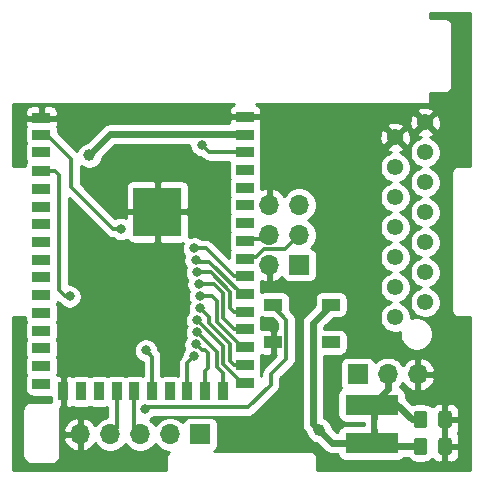
<source format=gbr>
%TF.GenerationSoftware,KiCad,Pcbnew,(5.1.10)-1*%
%TF.CreationDate,2022-01-02T17:41:35+01:00*%
%TF.ProjectId,3DESPWrover,33444553-5057-4726-9f76-65722e6b6963,rev?*%
%TF.SameCoordinates,Original*%
%TF.FileFunction,Copper,L2,Bot*%
%TF.FilePolarity,Positive*%
%FSLAX46Y46*%
G04 Gerber Fmt 4.6, Leading zero omitted, Abs format (unit mm)*
G04 Created by KiCad (PCBNEW (5.1.10)-1) date 2022-01-02 17:41:35*
%MOMM*%
%LPD*%
G01*
G04 APERTURE LIST*
%TA.AperFunction,EtchedComponent*%
%ADD10C,0.100000*%
%TD*%
%TA.AperFunction,SMDPad,CuDef*%
%ADD11R,4.100000X4.100000*%
%TD*%
%TA.AperFunction,SMDPad,CuDef*%
%ADD12R,1.500000X0.900000*%
%TD*%
%TA.AperFunction,SMDPad,CuDef*%
%ADD13R,0.900000X1.500000*%
%TD*%
%TA.AperFunction,SMDPad,CuDef*%
%ADD14R,1.500000X1.000000*%
%TD*%
%TA.AperFunction,ComponentPad*%
%ADD15R,1.700000X1.700000*%
%TD*%
%TA.AperFunction,ComponentPad*%
%ADD16O,1.700000X1.700000*%
%TD*%
%TA.AperFunction,SMDPad,CuDef*%
%ADD17R,4.500000X1.750000*%
%TD*%
%TA.AperFunction,ComponentPad*%
%ADD18C,1.381000*%
%TD*%
%TA.AperFunction,SMDPad,CuDef*%
%ADD19C,0.500000*%
%TD*%
%TA.AperFunction,ViaPad*%
%ADD20C,1.000000*%
%TD*%
%TA.AperFunction,ViaPad*%
%ADD21C,0.800000*%
%TD*%
%TA.AperFunction,Conductor*%
%ADD22C,0.625000*%
%TD*%
%TA.AperFunction,Conductor*%
%ADD23C,0.312500*%
%TD*%
%TA.AperFunction,Conductor*%
%ADD24C,0.254000*%
%TD*%
%TA.AperFunction,Conductor*%
%ADD25C,0.100000*%
%TD*%
G04 APERTURE END LIST*
D10*
%TO.C,NT1*%
G36*
X230890000Y-84971000D02*
G01*
X230890000Y-85971000D01*
X231390000Y-85971000D01*
X231390000Y-84971000D01*
X230890000Y-84971000D01*
G37*
%TD*%
D11*
%TO.P,U1,43*%
%TO.N,GND*%
X212772000Y-67512000D03*
D12*
%TO.P,U1,42*%
X202957000Y-59572000D03*
%TO.P,U1,41*%
%TO.N,/RESET*%
X202957000Y-60972000D03*
%TO.P,U1,40*%
%TO.N,Net-(U1-Pad40)*%
X202957000Y-62472000D03*
%TO.P,U1,39*%
%TO.N,/NEOPIX*%
X202957000Y-64072000D03*
D13*
%TO.P,U1,25*%
%TO.N,/PSRAMCS*%
X206332000Y-82722000D03*
%TO.P,U1,26*%
%TO.N,GND*%
X204832000Y-82722000D03*
D12*
%TO.P,U1,27*%
%TO.N,/SDA*%
X202957000Y-82072000D03*
%TO.P,U1,28*%
%TO.N,/SCL*%
X202957000Y-80572000D03*
%TO.P,U1,29*%
%TO.N,/MOSI*%
X202957000Y-79072000D03*
%TO.P,U1,30*%
%TO.N,/SCK*%
X202957000Y-77572000D03*
%TO.P,U1,31*%
%TO.N,/MISO*%
X202957000Y-76072000D03*
%TO.P,U1,32*%
%TO.N,/IO38_DBLTAP*%
X202957000Y-74572000D03*
%TO.P,U1,33*%
%TO.N,/TCK*%
X202957000Y-73072000D03*
%TO.P,U1,34*%
%TO.N,/TDO*%
X202957000Y-71572000D03*
%TO.P,U1,35*%
%TO.N,/TDI*%
X202957000Y-70072000D03*
%TO.P,U1,36*%
%TO.N,/TMS_D42*%
X202957000Y-68572000D03*
%TO.P,U1,37*%
%TO.N,/TXD0*%
X202957000Y-67072000D03*
%TO.P,U1,38*%
%TO.N,/RXD0*%
X202957000Y-65572000D03*
%TO.P,U1,14*%
%TO.N,/D11*%
X220207000Y-78972000D03*
%TO.P,U1,13*%
%TO.N,/D10*%
X220207000Y-77472000D03*
%TO.P,U1,12*%
%TO.N,/D9*%
X220207000Y-75972000D03*
%TO.P,U1,11*%
%TO.N,/D8*%
X220207000Y-74472000D03*
%TO.P,U1,10*%
%TO.N,/D7*%
X220207000Y-72972000D03*
%TO.P,U1,9*%
%TO.N,/D6*%
X220207000Y-71472000D03*
%TO.P,U1,8*%
%TO.N,/D5*%
X220207000Y-69972000D03*
%TO.P,U1,7*%
%TO.N,/AD5*%
X220207000Y-68472000D03*
%TO.P,U1,6*%
%TO.N,/AD4*%
X220207000Y-66972000D03*
%TO.P,U1,5*%
%TO.N,/AD3*%
X220207000Y-65472000D03*
%TO.P,U1,4*%
%TO.N,/AD2*%
X220207000Y-63972000D03*
%TO.P,U1,3*%
%TO.N,/BOOT0*%
X220207000Y-62472000D03*
%TO.P,U1,2*%
%TO.N,+3V3*%
X220207000Y-60972000D03*
D13*
%TO.P,U1,24*%
%TO.N,/D21*%
X207832000Y-82722000D03*
%TO.P,U1,23*%
%TO.N,/D+*%
X209332000Y-82722000D03*
%TO.P,U1,22*%
%TO.N,/D-*%
X210832000Y-82722000D03*
%TO.P,U1,21*%
%TO.N,/AD1*%
X212332000Y-82722000D03*
%TO.P,U1,20*%
%TO.N,/AD0*%
X213832000Y-82722000D03*
%TO.P,U1,19*%
%TO.N,/D16*%
X215332000Y-82722000D03*
%TO.P,U1,18*%
%TO.N,/D15*%
X216832000Y-82722000D03*
%TO.P,U1,17*%
%TO.N,/D14*%
X218332000Y-82722000D03*
D12*
%TO.P,U1,16*%
%TO.N,/D13*%
X220207000Y-81972000D03*
%TO.P,U1,15*%
%TO.N,/D12*%
X220207000Y-80472000D03*
%TO.P,U1,1*%
%TO.N,GND*%
X220207000Y-59472000D03*
%TD*%
D14*
%TO.P,D1,3*%
%TO.N,GND*%
X222594000Y-78562000D03*
%TO.P,D1,4*%
%TO.N,/NEOPIX*%
X222594000Y-75362000D03*
%TO.P,D1,2*%
%TO.N,Net-(D1-Pad2)*%
X227494000Y-78562000D03*
%TO.P,D1,1*%
%TO.N,+3V3*%
X227494000Y-75362000D03*
%TD*%
%TO.P,C9,2*%
%TO.N,GND*%
%TA.AperFunction,SMDPad,CuDef*%
G36*
G01*
X236543000Y-85565000D02*
X236543000Y-84615000D01*
G75*
G02*
X236793000Y-84365000I250000J0D01*
G01*
X237468000Y-84365000D01*
G75*
G02*
X237718000Y-84615000I0J-250000D01*
G01*
X237718000Y-85565000D01*
G75*
G02*
X237468000Y-85815000I-250000J0D01*
G01*
X236793000Y-85815000D01*
G75*
G02*
X236543000Y-85565000I0J250000D01*
G01*
G37*
%TD.AperFunction*%
%TO.P,C9,1*%
%TO.N,/Vout*%
%TA.AperFunction,SMDPad,CuDef*%
G36*
G01*
X234468000Y-85565000D02*
X234468000Y-84615000D01*
G75*
G02*
X234718000Y-84365000I250000J0D01*
G01*
X235393000Y-84365000D01*
G75*
G02*
X235643000Y-84615000I0J-250000D01*
G01*
X235643000Y-85565000D01*
G75*
G02*
X235393000Y-85815000I-250000J0D01*
G01*
X234718000Y-85815000D01*
G75*
G02*
X234468000Y-85565000I0J250000D01*
G01*
G37*
%TD.AperFunction*%
%TD*%
%TO.P,C10,2*%
%TO.N,GND*%
%TA.AperFunction,SMDPad,CuDef*%
G36*
G01*
X236543000Y-87851000D02*
X236543000Y-86901000D01*
G75*
G02*
X236793000Y-86651000I250000J0D01*
G01*
X237468000Y-86651000D01*
G75*
G02*
X237718000Y-86901000I0J-250000D01*
G01*
X237718000Y-87851000D01*
G75*
G02*
X237468000Y-88101000I-250000J0D01*
G01*
X236793000Y-88101000D01*
G75*
G02*
X236543000Y-87851000I0J250000D01*
G01*
G37*
%TD.AperFunction*%
%TO.P,C10,1*%
%TO.N,+3V3*%
%TA.AperFunction,SMDPad,CuDef*%
G36*
G01*
X234468000Y-87851000D02*
X234468000Y-86901000D01*
G75*
G02*
X234718000Y-86651000I250000J0D01*
G01*
X235393000Y-86651000D01*
G75*
G02*
X235643000Y-86901000I0J-250000D01*
G01*
X235643000Y-87851000D01*
G75*
G02*
X235393000Y-88101000I-250000J0D01*
G01*
X234718000Y-88101000D01*
G75*
G02*
X234468000Y-87851000I0J250000D01*
G01*
G37*
%TD.AperFunction*%
%TD*%
D15*
%TO.P,J2,1*%
%TO.N,/Vin*%
X229743000Y-81254600D03*
D16*
%TO.P,J2,2*%
%TO.N,/Vout*%
X232283000Y-81254600D03*
%TO.P,J2,3*%
%TO.N,GND*%
X234823000Y-81254600D03*
%TD*%
D15*
%TO.P,J1,1*%
%TO.N,Net-(J1-Pad1)*%
X216408000Y-86360000D03*
D16*
%TO.P,J1,2*%
%TO.N,Net-(J1-Pad2)*%
X213868000Y-86360000D03*
%TO.P,J1,3*%
%TO.N,/D-*%
X211328000Y-86360000D03*
%TO.P,J1,4*%
%TO.N,/D+*%
X208788000Y-86360000D03*
%TO.P,J1,5*%
%TO.N,GND*%
X206248000Y-86360000D03*
%TD*%
D17*
%TO.P,L1,1*%
%TO.N,/Vout*%
X230912000Y-83846000D03*
%TO.P,L1,2*%
%TO.N,+3V3*%
X230912000Y-87096000D03*
%TD*%
D15*
%TO.P,J3,1*%
%TO.N,/Vin*%
X224790000Y-72009000D03*
D16*
%TO.P,J3,2*%
%TO.N,GND*%
X222250000Y-72009000D03*
%TO.P,J3,3*%
%TO.N,/D6*%
X224790000Y-69469000D03*
%TO.P,J3,4*%
%TO.N,/D5*%
X222250000Y-69469000D03*
%TO.P,J3,5*%
%TO.N,/Vin*%
X224790000Y-66929000D03*
%TO.P,J3,6*%
%TO.N,GND*%
X222250000Y-66929000D03*
%TD*%
D18*
%TO.P,J4,14*%
%TO.N,/Vin*%
X232918000Y-76454000D03*
%TO.P,J4,13*%
X235458000Y-75184000D03*
%TO.P,J4,12*%
%TO.N,/D16*%
X232918000Y-73914000D03*
%TO.P,J4,11*%
%TO.N,/D15*%
X235458000Y-72644000D03*
%TO.P,J4,10*%
%TO.N,/D14*%
X232918000Y-71374000D03*
%TO.P,J4,9*%
%TO.N,/D13*%
X235458000Y-70104000D03*
%TO.P,J4,8*%
%TO.N,/D12*%
X232918000Y-68834000D03*
%TO.P,J4,7*%
%TO.N,/D11*%
X235458000Y-67564000D03*
%TO.P,J4,6*%
%TO.N,/D10*%
X232918000Y-66294000D03*
%TO.P,J4,5*%
%TO.N,/D9*%
X235458000Y-65024000D03*
%TO.P,J4,4*%
%TO.N,/D8*%
X232918000Y-63754000D03*
%TO.P,J4,3*%
%TO.N,/D7*%
X235458000Y-62484000D03*
%TO.P,J4,2*%
%TO.N,GND*%
X232918000Y-61214000D03*
%TO.P,J4,1*%
X235458000Y-59944000D03*
%TD*%
D19*
%TO.P,NT1,1*%
%TO.N,/Vout*%
X231140000Y-84971000D03*
%TO.P,NT1,2*%
%TO.N,+3V3*%
X231140000Y-85971000D03*
%TD*%
D20*
%TO.N,+3V3*%
X226441000Y-85979000D03*
X207010000Y-62738000D03*
D21*
%TO.N,GND*%
X222631000Y-77216000D03*
%TO.N,/RESET*%
X209677000Y-68961000D03*
%TO.N,/NEOPIX*%
X211709000Y-84201000D03*
X205359000Y-74676000D03*
%TO.N,/D7*%
X215900000Y-70612000D03*
%TO.N,/D8*%
X216027000Y-71628000D03*
%TO.N,/D9*%
X216154000Y-72644000D03*
%TO.N,/D10*%
X216281000Y-73660000D03*
%TO.N,/D11*%
X216408000Y-74676000D03*
%TO.N,/D12*%
X216408000Y-75692000D03*
%TO.N,/BOOT0*%
X216535000Y-61849000D03*
%TO.N,/AD1*%
X211812500Y-79248000D03*
%TO.N,/D16*%
X215900000Y-79756000D03*
%TO.N,/D15*%
X216027000Y-78740000D03*
%TO.N,/D14*%
X216154000Y-77724000D03*
%TO.N,/D13*%
X216154000Y-76708000D03*
%TD*%
D22*
%TO.N,+3V3*%
X231192000Y-87376000D02*
X230912000Y-87096000D01*
X235055500Y-87376000D02*
X231192000Y-87376000D01*
X220092000Y-60960000D02*
X220207000Y-60845000D01*
X230912000Y-87096000D02*
X230912000Y-86640000D01*
X226387749Y-85925749D02*
X226441000Y-85979000D01*
X227494000Y-75362000D02*
X226387749Y-76468251D01*
X225941001Y-76914999D02*
X226387749Y-76468251D01*
X225941001Y-85479001D02*
X225941001Y-76914999D01*
X226441000Y-85979000D02*
X225941001Y-85479001D01*
X231140000Y-86868000D02*
X230912000Y-87096000D01*
X231140000Y-85971000D02*
X231140000Y-86868000D01*
X227558000Y-87096000D02*
X226441000Y-85979000D01*
X230912000Y-87096000D02*
X227558000Y-87096000D01*
X208811501Y-60936499D02*
X207010000Y-62738000D01*
X220171499Y-60936499D02*
X208811501Y-60936499D01*
X220207000Y-60972000D02*
X220171499Y-60936499D01*
D23*
%TO.N,GND*%
X222631000Y-78525000D02*
X222594000Y-78562000D01*
X222631000Y-77216000D02*
X222631000Y-78525000D01*
X206629500Y-86360000D02*
X206375000Y-86360000D01*
%TO.N,/RESET*%
X209677000Y-68961000D02*
X209039050Y-68961000D01*
X209039050Y-68961000D02*
X205486000Y-65407950D01*
X203298252Y-60845000D02*
X202957000Y-60845000D01*
X205486000Y-65407950D02*
X205486000Y-63032748D01*
X203425252Y-60972000D02*
X205486000Y-63032748D01*
X202957000Y-60972000D02*
X203425252Y-60972000D01*
D22*
%TO.N,/Vout*%
X230912000Y-83846000D02*
X230912000Y-83667000D01*
X231140000Y-84074000D02*
X230912000Y-83846000D01*
X231140000Y-84971000D02*
X231140000Y-84074000D01*
X235055500Y-85090000D02*
X234315000Y-85090000D01*
X233071000Y-83846000D02*
X230912000Y-83846000D01*
X234315000Y-85090000D02*
X233071000Y-83846000D01*
X231114000Y-83846000D02*
X230912000Y-83846000D01*
X232283000Y-82475000D02*
X230912000Y-83846000D01*
X232283000Y-81254600D02*
X232283000Y-82475000D01*
D23*
%TO.N,/NEOPIX*%
X204978000Y-74676000D02*
X205359000Y-74676000D01*
X204470000Y-74168000D02*
X204978000Y-74676000D01*
X204470000Y-64395500D02*
X204470000Y-74168000D01*
X204146500Y-64072000D02*
X204470000Y-64395500D01*
X202957000Y-64072000D02*
X204146500Y-64072000D01*
X211836000Y-84074000D02*
X211709000Y-84201000D01*
X222377000Y-82169000D02*
X220472000Y-84074000D01*
X220472000Y-84074000D02*
X211836000Y-84074000D01*
X222377000Y-81280000D02*
X222377000Y-82169000D01*
X223700251Y-79956749D02*
X222377000Y-81280000D01*
X223700251Y-76634251D02*
X223700251Y-79956749D01*
X222594000Y-75528000D02*
X223700251Y-76634251D01*
X222594000Y-75362000D02*
X222594000Y-75528000D01*
%TO.N,/D+*%
X209332000Y-85816000D02*
X208788000Y-86360000D01*
X209332000Y-82722000D02*
X209332000Y-85816000D01*
%TO.N,/D-*%
X210832000Y-85864000D02*
X211328000Y-86360000D01*
X210832000Y-82722000D02*
X210832000Y-85864000D01*
%TO.N,/D5*%
X221874000Y-69845000D02*
X222250000Y-69469000D01*
X220207000Y-69845000D02*
X221874000Y-69845000D01*
%TO.N,/D6*%
X223583749Y-70675251D02*
X224790000Y-69469000D01*
X221805749Y-70675251D02*
X223583749Y-70675251D01*
X221136000Y-71345000D02*
X221805749Y-70675251D01*
X220207000Y-71345000D02*
X221136000Y-71345000D01*
%TO.N,/D7*%
X216911500Y-70612000D02*
X215900000Y-70612000D01*
X219271500Y-72972000D02*
X216911500Y-70612000D01*
X220207000Y-72972000D02*
X219271500Y-72972000D01*
%TO.N,/D8*%
X220207000Y-74345000D02*
X219887000Y-74345000D01*
X219907000Y-74472000D02*
X217170000Y-71735000D01*
X220207000Y-74472000D02*
X219907000Y-74472000D01*
X216134000Y-71735000D02*
X216027000Y-71628000D01*
X217170000Y-71735000D02*
X216134000Y-71735000D01*
%TO.N,/D9*%
X218948000Y-75648500D02*
X218948000Y-74295000D01*
X217297000Y-72644000D02*
X216154000Y-72644000D01*
X218948000Y-74295000D02*
X217297000Y-72644000D01*
X219271500Y-75972000D02*
X218948000Y-75648500D01*
X220207000Y-75972000D02*
X219271500Y-75972000D01*
%TO.N,/D10*%
X218313000Y-76513500D02*
X218313000Y-74422000D01*
X217551000Y-73660000D02*
X216281000Y-73660000D01*
X218313000Y-74422000D02*
X217551000Y-73660000D01*
X219271500Y-77472000D02*
X218313000Y-76513500D01*
X220207000Y-77472000D02*
X219271500Y-77472000D01*
%TO.N,/D11*%
X217800490Y-76830490D02*
X217800490Y-75052490D01*
X217424000Y-74676000D02*
X216408000Y-74676000D01*
X217800490Y-75052490D02*
X217424000Y-74676000D01*
X219942000Y-78972000D02*
X217800490Y-76830490D01*
X220207000Y-78972000D02*
X219942000Y-78972000D01*
%TO.N,/D12*%
X218948000Y-78702798D02*
X217170000Y-76924798D01*
X218948000Y-80148500D02*
X218948000Y-78702798D01*
X217170000Y-76454000D02*
X216408000Y-75692000D01*
X217170000Y-76924798D02*
X217170000Y-76454000D01*
X219271500Y-80472000D02*
X218948000Y-80148500D01*
X220207000Y-80472000D02*
X219271500Y-80472000D01*
%TO.N,/BOOT0*%
X217158000Y-62472000D02*
X216535000Y-61849000D01*
X220207000Y-62472000D02*
X217158000Y-62472000D01*
%TO.N,/AD1*%
X211812500Y-79248000D02*
X212332000Y-79767500D01*
X212332000Y-82722000D02*
X212332000Y-79767500D01*
%TO.N,/D16*%
X215332000Y-80324000D02*
X215900000Y-79756000D01*
X215332000Y-82722000D02*
X215332000Y-80324000D01*
%TO.N,/D15*%
X217043000Y-80762980D02*
X217043000Y-79502000D01*
X216832000Y-80973980D02*
X217043000Y-80762980D01*
X216535000Y-79248000D02*
X216027000Y-78740000D01*
X216789000Y-79248000D02*
X216535000Y-79248000D01*
X217043000Y-79502000D02*
X216789000Y-79248000D01*
X216832000Y-82722000D02*
X216832000Y-80973980D01*
%TO.N,/D14*%
X217800490Y-79370490D02*
X216154000Y-77724000D01*
X217800490Y-80640490D02*
X217800490Y-79370490D01*
X218332000Y-81172000D02*
X217800490Y-80640490D01*
X218332000Y-82722000D02*
X218332000Y-81172000D01*
%TO.N,/D13*%
X218313000Y-78867000D02*
X216154000Y-76708000D01*
X219907000Y-81972000D02*
X218313000Y-80378000D01*
X218313000Y-80378000D02*
X218313000Y-78867000D01*
X220207000Y-81972000D02*
X219907000Y-81972000D01*
%TD*%
D24*
%TO.N,GND*%
X239269714Y-63607715D02*
X238321393Y-63607715D01*
X238289714Y-63604595D01*
X238258035Y-63607715D01*
X238163272Y-63617048D01*
X238041689Y-63653930D01*
X237929638Y-63713823D01*
X237831424Y-63794425D01*
X237750822Y-63892639D01*
X237690929Y-64004690D01*
X237654047Y-64126273D01*
X237641594Y-64252715D01*
X237644715Y-64284404D01*
X237644714Y-75749622D01*
X237641595Y-75781293D01*
X237644714Y-75812962D01*
X237644714Y-75812968D01*
X237654047Y-75907731D01*
X237690929Y-76029314D01*
X237750822Y-76141365D01*
X237750823Y-76141366D01*
X237750825Y-76141369D01*
X237764706Y-76158284D01*
X237831424Y-76239580D01*
X237929638Y-76320182D01*
X238041689Y-76380075D01*
X238163272Y-76416957D01*
X238289714Y-76429410D01*
X238321397Y-76426290D01*
X239269715Y-76426283D01*
X239269714Y-89372000D01*
X226324000Y-89372000D01*
X226324000Y-88423679D01*
X226327120Y-88392000D01*
X226314667Y-88265558D01*
X226277785Y-88143975D01*
X226217892Y-88031924D01*
X226137290Y-87933710D01*
X226039076Y-87853108D01*
X225927025Y-87793215D01*
X225805442Y-87756333D01*
X225710679Y-87747000D01*
X225679000Y-87743880D01*
X225647321Y-87747000D01*
X217600403Y-87747000D01*
X217612494Y-87740537D01*
X217709185Y-87661185D01*
X217788537Y-87564494D01*
X217847502Y-87454180D01*
X217883812Y-87334482D01*
X217896072Y-87210000D01*
X217896072Y-85510000D01*
X217883812Y-85385518D01*
X217847502Y-85265820D01*
X217788537Y-85155506D01*
X217709185Y-85058815D01*
X217612494Y-84979463D01*
X217502180Y-84920498D01*
X217382482Y-84884188D01*
X217258000Y-84871928D01*
X215558000Y-84871928D01*
X215433518Y-84884188D01*
X215313820Y-84920498D01*
X215203506Y-84979463D01*
X215106815Y-85058815D01*
X215027463Y-85155506D01*
X214968498Y-85265820D01*
X214946487Y-85338380D01*
X214814632Y-85206525D01*
X214571411Y-85044010D01*
X214301158Y-84932068D01*
X214014260Y-84875000D01*
X213721740Y-84875000D01*
X213434842Y-84932068D01*
X213164589Y-85044010D01*
X212921368Y-85206525D01*
X212714525Y-85413368D01*
X212598000Y-85587760D01*
X212481475Y-85413368D01*
X212274632Y-85206525D01*
X212164190Y-85132730D01*
X212199256Y-85118205D01*
X212368774Y-85004937D01*
X212508461Y-84865250D01*
X220433144Y-84865250D01*
X220472000Y-84869077D01*
X220510856Y-84865250D01*
X220510867Y-84865250D01*
X220627112Y-84853801D01*
X220776263Y-84808556D01*
X220913722Y-84735083D01*
X221034205Y-84636205D01*
X221058983Y-84606013D01*
X222909019Y-82755978D01*
X222939205Y-82731205D01*
X223008736Y-82646482D01*
X223038083Y-82610722D01*
X223111556Y-82473263D01*
X223156801Y-82324112D01*
X223172078Y-82169000D01*
X223168250Y-82130133D01*
X223168250Y-81607746D01*
X224232264Y-80543732D01*
X224262456Y-80518954D01*
X224361334Y-80398471D01*
X224434807Y-80261012D01*
X224480052Y-80111861D01*
X224491501Y-79995616D01*
X224495329Y-79956749D01*
X224491501Y-79917882D01*
X224491501Y-76914999D01*
X224988918Y-76914999D01*
X224993502Y-76961544D01*
X224993501Y-85432466D01*
X224988918Y-85479001D01*
X224993501Y-85525535D01*
X224993501Y-85525542D01*
X225001490Y-85606653D01*
X225007211Y-85664743D01*
X225037085Y-85763225D01*
X225061390Y-85843347D01*
X225149372Y-86007951D01*
X225267776Y-86152226D01*
X225303935Y-86181901D01*
X225329136Y-86207102D01*
X225349617Y-86310067D01*
X225435176Y-86516624D01*
X225559388Y-86702520D01*
X225717480Y-86860612D01*
X225903376Y-86984824D01*
X226109933Y-87070383D01*
X226212897Y-87090864D01*
X226855108Y-87733076D01*
X226884775Y-87769225D01*
X226920923Y-87798891D01*
X226920926Y-87798894D01*
X226956912Y-87828426D01*
X227029050Y-87887629D01*
X227193653Y-87975611D01*
X227372258Y-88029790D01*
X227558000Y-88048084D01*
X227604542Y-88043500D01*
X228031068Y-88043500D01*
X228036188Y-88095482D01*
X228072498Y-88215180D01*
X228131463Y-88325494D01*
X228210815Y-88422185D01*
X228307506Y-88501537D01*
X228417820Y-88560502D01*
X228537518Y-88596812D01*
X228662000Y-88609072D01*
X233162000Y-88609072D01*
X233286482Y-88596812D01*
X233406180Y-88560502D01*
X233516494Y-88501537D01*
X233613185Y-88422185D01*
X233692537Y-88325494D01*
X233693603Y-88323500D01*
X233968431Y-88323500D01*
X233979595Y-88344386D01*
X234090038Y-88478962D01*
X234224614Y-88589405D01*
X234378150Y-88671472D01*
X234544746Y-88722008D01*
X234718000Y-88739072D01*
X235393000Y-88739072D01*
X235566254Y-88722008D01*
X235732850Y-88671472D01*
X235886386Y-88589405D01*
X236020962Y-88478962D01*
X236026342Y-88472406D01*
X236091815Y-88552185D01*
X236188506Y-88631537D01*
X236298820Y-88690502D01*
X236418518Y-88726812D01*
X236543000Y-88739072D01*
X236844750Y-88736000D01*
X237003500Y-88577250D01*
X237003500Y-87503000D01*
X237257500Y-87503000D01*
X237257500Y-88577250D01*
X237416250Y-88736000D01*
X237718000Y-88739072D01*
X237842482Y-88726812D01*
X237962180Y-88690502D01*
X238072494Y-88631537D01*
X238169185Y-88552185D01*
X238248537Y-88455494D01*
X238307502Y-88345180D01*
X238343812Y-88225482D01*
X238356072Y-88101000D01*
X238353000Y-87661750D01*
X238194250Y-87503000D01*
X237257500Y-87503000D01*
X237003500Y-87503000D01*
X236983500Y-87503000D01*
X236983500Y-87249000D01*
X237003500Y-87249000D01*
X237003500Y-85217000D01*
X237257500Y-85217000D01*
X237257500Y-87249000D01*
X238194250Y-87249000D01*
X238353000Y-87090250D01*
X238356072Y-86651000D01*
X238343812Y-86526518D01*
X238307502Y-86406820D01*
X238248537Y-86296506D01*
X238196419Y-86233000D01*
X238248537Y-86169494D01*
X238307502Y-86059180D01*
X238343812Y-85939482D01*
X238356072Y-85815000D01*
X238353000Y-85375750D01*
X238194250Y-85217000D01*
X237257500Y-85217000D01*
X237003500Y-85217000D01*
X236983500Y-85217000D01*
X236983500Y-84963000D01*
X237003500Y-84963000D01*
X237003500Y-83888750D01*
X237257500Y-83888750D01*
X237257500Y-84963000D01*
X238194250Y-84963000D01*
X238353000Y-84804250D01*
X238356072Y-84365000D01*
X238343812Y-84240518D01*
X238307502Y-84120820D01*
X238248537Y-84010506D01*
X238169185Y-83913815D01*
X238072494Y-83834463D01*
X237962180Y-83775498D01*
X237842482Y-83739188D01*
X237718000Y-83726928D01*
X237416250Y-83730000D01*
X237257500Y-83888750D01*
X237003500Y-83888750D01*
X236844750Y-83730000D01*
X236543000Y-83726928D01*
X236418518Y-83739188D01*
X236298820Y-83775498D01*
X236188506Y-83834463D01*
X236091815Y-83913815D01*
X236026342Y-83993594D01*
X236020962Y-83987038D01*
X235886386Y-83876595D01*
X235732850Y-83794528D01*
X235566254Y-83743992D01*
X235393000Y-83726928D01*
X234718000Y-83726928D01*
X234544746Y-83743992D01*
X234378150Y-83794528D01*
X234365993Y-83801026D01*
X233800072Y-83235106D01*
X233800072Y-82971000D01*
X233787812Y-82846518D01*
X233751502Y-82726820D01*
X233692537Y-82616506D01*
X233613185Y-82519815D01*
X233516494Y-82440463D01*
X233406180Y-82381498D01*
X233291114Y-82346593D01*
X233436475Y-82201232D01*
X233558195Y-82019066D01*
X233627822Y-82135955D01*
X233822731Y-82352188D01*
X234056080Y-82526241D01*
X234318901Y-82651425D01*
X234466110Y-82696076D01*
X234696000Y-82574755D01*
X234696000Y-81381600D01*
X234950000Y-81381600D01*
X234950000Y-82574755D01*
X235179890Y-82696076D01*
X235327099Y-82651425D01*
X235589920Y-82526241D01*
X235823269Y-82352188D01*
X236018178Y-82135955D01*
X236167157Y-81885852D01*
X236264481Y-81611491D01*
X236143814Y-81381600D01*
X234950000Y-81381600D01*
X234696000Y-81381600D01*
X234676000Y-81381600D01*
X234676000Y-81127600D01*
X234696000Y-81127600D01*
X234696000Y-79934445D01*
X234950000Y-79934445D01*
X234950000Y-81127600D01*
X236143814Y-81127600D01*
X236264481Y-80897709D01*
X236167157Y-80623348D01*
X236018178Y-80373245D01*
X235823269Y-80157012D01*
X235589920Y-79982959D01*
X235327099Y-79857775D01*
X235179890Y-79813124D01*
X234950000Y-79934445D01*
X234696000Y-79934445D01*
X234466110Y-79813124D01*
X234318901Y-79857775D01*
X234056080Y-79982959D01*
X233822731Y-80157012D01*
X233627822Y-80373245D01*
X233558195Y-80490134D01*
X233436475Y-80307968D01*
X233229632Y-80101125D01*
X232986411Y-79938610D01*
X232716158Y-79826668D01*
X232429260Y-79769600D01*
X232136740Y-79769600D01*
X231849842Y-79826668D01*
X231579589Y-79938610D01*
X231336368Y-80101125D01*
X231204513Y-80232980D01*
X231182502Y-80160420D01*
X231123537Y-80050106D01*
X231044185Y-79953415D01*
X230947494Y-79874063D01*
X230837180Y-79815098D01*
X230717482Y-79778788D01*
X230593000Y-79766528D01*
X228893000Y-79766528D01*
X228768518Y-79778788D01*
X228648820Y-79815098D01*
X228538506Y-79874063D01*
X228441815Y-79953415D01*
X228362463Y-80050106D01*
X228303498Y-80160420D01*
X228267188Y-80280118D01*
X228254928Y-80404600D01*
X228254928Y-82104600D01*
X228267188Y-82229082D01*
X228303498Y-82348780D01*
X228342505Y-82421755D01*
X228307506Y-82440463D01*
X228210815Y-82519815D01*
X228131463Y-82616506D01*
X228072498Y-82726820D01*
X228036188Y-82846518D01*
X228023928Y-82971000D01*
X228023928Y-84721000D01*
X228036188Y-84845482D01*
X228072498Y-84965180D01*
X228131463Y-85075494D01*
X228210815Y-85172185D01*
X228307506Y-85251537D01*
X228417820Y-85310502D01*
X228537518Y-85346812D01*
X228662000Y-85359072D01*
X230255000Y-85359072D01*
X230255000Y-85582928D01*
X228662000Y-85582928D01*
X228537518Y-85595188D01*
X228417820Y-85631498D01*
X228307506Y-85690463D01*
X228210815Y-85769815D01*
X228131463Y-85866506D01*
X228072498Y-85976820D01*
X228036188Y-86096518D01*
X228031068Y-86148500D01*
X227950467Y-86148500D01*
X227552864Y-85750897D01*
X227532383Y-85647933D01*
X227446824Y-85441376D01*
X227322612Y-85255480D01*
X227164520Y-85097388D01*
X226978624Y-84973176D01*
X226888501Y-84935846D01*
X226888501Y-79700072D01*
X228244000Y-79700072D01*
X228368482Y-79687812D01*
X228488180Y-79651502D01*
X228598494Y-79592537D01*
X228695185Y-79513185D01*
X228774537Y-79416494D01*
X228833502Y-79306180D01*
X228869812Y-79186482D01*
X228882072Y-79062000D01*
X228882072Y-78062000D01*
X228869812Y-77937518D01*
X228833502Y-77817820D01*
X228774537Y-77707506D01*
X228695185Y-77610815D01*
X228598494Y-77531463D01*
X228488180Y-77472498D01*
X228368482Y-77436188D01*
X228244000Y-77423928D01*
X226888501Y-77423928D01*
X226888501Y-77307465D01*
X227090642Y-77105324D01*
X227695895Y-76500072D01*
X228244000Y-76500072D01*
X228368482Y-76487812D01*
X228488180Y-76451502D01*
X228598494Y-76392537D01*
X228695185Y-76313185D01*
X228774537Y-76216494D01*
X228833502Y-76106180D01*
X228869812Y-75986482D01*
X228882072Y-75862000D01*
X228882072Y-74862000D01*
X228869812Y-74737518D01*
X228833502Y-74617820D01*
X228774537Y-74507506D01*
X228695185Y-74410815D01*
X228598494Y-74331463D01*
X228488180Y-74272498D01*
X228368482Y-74236188D01*
X228244000Y-74223928D01*
X226744000Y-74223928D01*
X226619518Y-74236188D01*
X226499820Y-74272498D01*
X226389506Y-74331463D01*
X226292815Y-74410815D01*
X226213463Y-74507506D01*
X226154498Y-74617820D01*
X226118188Y-74737518D01*
X226105928Y-74862000D01*
X226105928Y-75410106D01*
X225303931Y-76212103D01*
X225267777Y-76241774D01*
X225149373Y-76386049D01*
X225110614Y-76458562D01*
X225061390Y-76550653D01*
X225007211Y-76729257D01*
X224988918Y-76914999D01*
X224491501Y-76914999D01*
X224491501Y-76673107D01*
X224495328Y-76634250D01*
X224491501Y-76595394D01*
X224491501Y-76595384D01*
X224480052Y-76479139D01*
X224434807Y-76329988D01*
X224361334Y-76192529D01*
X224342358Y-76169407D01*
X224287232Y-76102235D01*
X224287229Y-76102232D01*
X224262456Y-76072046D01*
X224232271Y-76047274D01*
X223982072Y-75797075D01*
X223982072Y-74862000D01*
X223969812Y-74737518D01*
X223933502Y-74617820D01*
X223874537Y-74507506D01*
X223795185Y-74410815D01*
X223698494Y-74331463D01*
X223588180Y-74272498D01*
X223468482Y-74236188D01*
X223344000Y-74223928D01*
X221844000Y-74223928D01*
X221719518Y-74236188D01*
X221599820Y-74272498D01*
X221595072Y-74275036D01*
X221595072Y-74022000D01*
X221582812Y-73897518D01*
X221546502Y-73777820D01*
X221516665Y-73722000D01*
X221546502Y-73666180D01*
X221582812Y-73546482D01*
X221595072Y-73422000D01*
X221595072Y-73339054D01*
X221618748Y-73353157D01*
X221893109Y-73450481D01*
X222123000Y-73329814D01*
X222123000Y-72136000D01*
X222103000Y-72136000D01*
X222103000Y-71882000D01*
X222123000Y-71882000D01*
X222123000Y-71862000D01*
X222377000Y-71862000D01*
X222377000Y-71882000D01*
X222397000Y-71882000D01*
X222397000Y-72136000D01*
X222377000Y-72136000D01*
X222377000Y-73329814D01*
X222606891Y-73450481D01*
X222881252Y-73353157D01*
X223131355Y-73204178D01*
X223327502Y-73027374D01*
X223350498Y-73103180D01*
X223409463Y-73213494D01*
X223488815Y-73310185D01*
X223585506Y-73389537D01*
X223695820Y-73448502D01*
X223815518Y-73484812D01*
X223940000Y-73497072D01*
X225640000Y-73497072D01*
X225764482Y-73484812D01*
X225884180Y-73448502D01*
X225994494Y-73389537D01*
X226091185Y-73310185D01*
X226170537Y-73213494D01*
X226229502Y-73103180D01*
X226265812Y-72983482D01*
X226278072Y-72859000D01*
X226278072Y-71159000D01*
X226265812Y-71034518D01*
X226229502Y-70914820D01*
X226170537Y-70804506D01*
X226091185Y-70707815D01*
X225994494Y-70628463D01*
X225884180Y-70569498D01*
X225811620Y-70547487D01*
X225943475Y-70415632D01*
X226105990Y-70172411D01*
X226217932Y-69902158D01*
X226275000Y-69615260D01*
X226275000Y-69322740D01*
X226217932Y-69035842D01*
X226105990Y-68765589D01*
X225943475Y-68522368D01*
X225736632Y-68315525D01*
X225562240Y-68199000D01*
X225736632Y-68082475D01*
X225943475Y-67875632D01*
X226105990Y-67632411D01*
X226217932Y-67362158D01*
X226275000Y-67075260D01*
X226275000Y-66782740D01*
X226217932Y-66495842D01*
X226105990Y-66225589D01*
X225943475Y-65982368D01*
X225736632Y-65775525D01*
X225493411Y-65613010D01*
X225223158Y-65501068D01*
X224936260Y-65444000D01*
X224643740Y-65444000D01*
X224356842Y-65501068D01*
X224086589Y-65613010D01*
X223843368Y-65775525D01*
X223636525Y-65982368D01*
X223518900Y-66158406D01*
X223347588Y-65928731D01*
X223131355Y-65733822D01*
X222881252Y-65584843D01*
X222606891Y-65487519D01*
X222377000Y-65608186D01*
X222377000Y-66802000D01*
X222397000Y-66802000D01*
X222397000Y-67056000D01*
X222377000Y-67056000D01*
X222377000Y-67076000D01*
X222123000Y-67076000D01*
X222123000Y-67056000D01*
X222103000Y-67056000D01*
X222103000Y-66802000D01*
X222123000Y-66802000D01*
X222123000Y-65608186D01*
X221893109Y-65487519D01*
X221618748Y-65584843D01*
X221595072Y-65598946D01*
X221595072Y-65022000D01*
X221582812Y-64897518D01*
X221546502Y-64777820D01*
X221516665Y-64722000D01*
X221546502Y-64666180D01*
X221582812Y-64546482D01*
X221595072Y-64422000D01*
X221595072Y-63623450D01*
X231592500Y-63623450D01*
X231592500Y-63884550D01*
X231643438Y-64140634D01*
X231743357Y-64381860D01*
X231888417Y-64598957D01*
X232073043Y-64783583D01*
X232290140Y-64928643D01*
X232520352Y-65024000D01*
X232290140Y-65119357D01*
X232073043Y-65264417D01*
X231888417Y-65449043D01*
X231743357Y-65666140D01*
X231643438Y-65907366D01*
X231592500Y-66163450D01*
X231592500Y-66424550D01*
X231643438Y-66680634D01*
X231743357Y-66921860D01*
X231888417Y-67138957D01*
X232073043Y-67323583D01*
X232290140Y-67468643D01*
X232520352Y-67564000D01*
X232290140Y-67659357D01*
X232073043Y-67804417D01*
X231888417Y-67989043D01*
X231743357Y-68206140D01*
X231643438Y-68447366D01*
X231592500Y-68703450D01*
X231592500Y-68964550D01*
X231643438Y-69220634D01*
X231743357Y-69461860D01*
X231888417Y-69678957D01*
X232073043Y-69863583D01*
X232290140Y-70008643D01*
X232520352Y-70104000D01*
X232290140Y-70199357D01*
X232073043Y-70344417D01*
X231888417Y-70529043D01*
X231743357Y-70746140D01*
X231643438Y-70987366D01*
X231592500Y-71243450D01*
X231592500Y-71504550D01*
X231643438Y-71760634D01*
X231743357Y-72001860D01*
X231888417Y-72218957D01*
X232073043Y-72403583D01*
X232290140Y-72548643D01*
X232520352Y-72644000D01*
X232290140Y-72739357D01*
X232073043Y-72884417D01*
X231888417Y-73069043D01*
X231743357Y-73286140D01*
X231643438Y-73527366D01*
X231592500Y-73783450D01*
X231592500Y-74044550D01*
X231643438Y-74300634D01*
X231743357Y-74541860D01*
X231888417Y-74758957D01*
X232073043Y-74943583D01*
X232290140Y-75088643D01*
X232520352Y-75184000D01*
X232290140Y-75279357D01*
X232073043Y-75424417D01*
X231888417Y-75609043D01*
X231743357Y-75826140D01*
X231643438Y-76067366D01*
X231592500Y-76323450D01*
X231592500Y-76584550D01*
X231643438Y-76840634D01*
X231743357Y-77081860D01*
X231888417Y-77298957D01*
X232073043Y-77483583D01*
X232290140Y-77628643D01*
X232531366Y-77728562D01*
X232787450Y-77779500D01*
X233048550Y-77779500D01*
X233304634Y-77728562D01*
X233308000Y-77727168D01*
X233308000Y-77992873D01*
X233362186Y-78265282D01*
X233468475Y-78521885D01*
X233622782Y-78752822D01*
X233819178Y-78949218D01*
X234050115Y-79103525D01*
X234306718Y-79209814D01*
X234579127Y-79264000D01*
X234856873Y-79264000D01*
X235129282Y-79209814D01*
X235385885Y-79103525D01*
X235616822Y-78949218D01*
X235813218Y-78752822D01*
X235967525Y-78521885D01*
X236073814Y-78265282D01*
X236128000Y-77992873D01*
X236128000Y-77715127D01*
X236073814Y-77442718D01*
X235967525Y-77186115D01*
X235813218Y-76955178D01*
X235616822Y-76758782D01*
X235385885Y-76604475D01*
X235129282Y-76498186D01*
X234856873Y-76444000D01*
X234579127Y-76444000D01*
X234306718Y-76498186D01*
X234243500Y-76524372D01*
X234243500Y-76323450D01*
X234192562Y-76067366D01*
X234092643Y-75826140D01*
X233947583Y-75609043D01*
X233762957Y-75424417D01*
X233545860Y-75279357D01*
X233315648Y-75184000D01*
X233545860Y-75088643D01*
X233762957Y-74943583D01*
X233947583Y-74758957D01*
X234092643Y-74541860D01*
X234192562Y-74300634D01*
X234243500Y-74044550D01*
X234243500Y-73783450D01*
X234192562Y-73527366D01*
X234092643Y-73286140D01*
X233947583Y-73069043D01*
X233762957Y-72884417D01*
X233545860Y-72739357D01*
X233315648Y-72644000D01*
X233545860Y-72548643D01*
X233762957Y-72403583D01*
X233947583Y-72218957D01*
X234092643Y-72001860D01*
X234192562Y-71760634D01*
X234243500Y-71504550D01*
X234243500Y-71243450D01*
X234192562Y-70987366D01*
X234092643Y-70746140D01*
X233947583Y-70529043D01*
X233762957Y-70344417D01*
X233545860Y-70199357D01*
X233315648Y-70104000D01*
X233545860Y-70008643D01*
X233762957Y-69863583D01*
X233947583Y-69678957D01*
X234092643Y-69461860D01*
X234192562Y-69220634D01*
X234243500Y-68964550D01*
X234243500Y-68703450D01*
X234192562Y-68447366D01*
X234092643Y-68206140D01*
X233947583Y-67989043D01*
X233762957Y-67804417D01*
X233545860Y-67659357D01*
X233315648Y-67564000D01*
X233545860Y-67468643D01*
X233762957Y-67323583D01*
X233947583Y-67138957D01*
X234092643Y-66921860D01*
X234192562Y-66680634D01*
X234243500Y-66424550D01*
X234243500Y-66163450D01*
X234192562Y-65907366D01*
X234092643Y-65666140D01*
X233947583Y-65449043D01*
X233762957Y-65264417D01*
X233545860Y-65119357D01*
X233315648Y-65024000D01*
X233545860Y-64928643D01*
X233762957Y-64783583D01*
X233947583Y-64598957D01*
X234092643Y-64381860D01*
X234192562Y-64140634D01*
X234243500Y-63884550D01*
X234243500Y-63623450D01*
X234192562Y-63367366D01*
X234092643Y-63126140D01*
X233947583Y-62909043D01*
X233762957Y-62724417D01*
X233545860Y-62579357D01*
X233310448Y-62481846D01*
X233496047Y-62413939D01*
X233594567Y-62361279D01*
X233596527Y-62353450D01*
X234132500Y-62353450D01*
X234132500Y-62614550D01*
X234183438Y-62870634D01*
X234283357Y-63111860D01*
X234428417Y-63328957D01*
X234613043Y-63513583D01*
X234830140Y-63658643D01*
X235060352Y-63754000D01*
X234830140Y-63849357D01*
X234613043Y-63994417D01*
X234428417Y-64179043D01*
X234283357Y-64396140D01*
X234183438Y-64637366D01*
X234132500Y-64893450D01*
X234132500Y-65154550D01*
X234183438Y-65410634D01*
X234283357Y-65651860D01*
X234428417Y-65868957D01*
X234613043Y-66053583D01*
X234830140Y-66198643D01*
X235060352Y-66294000D01*
X234830140Y-66389357D01*
X234613043Y-66534417D01*
X234428417Y-66719043D01*
X234283357Y-66936140D01*
X234183438Y-67177366D01*
X234132500Y-67433450D01*
X234132500Y-67694550D01*
X234183438Y-67950634D01*
X234283357Y-68191860D01*
X234428417Y-68408957D01*
X234613043Y-68593583D01*
X234830140Y-68738643D01*
X235060352Y-68834000D01*
X234830140Y-68929357D01*
X234613043Y-69074417D01*
X234428417Y-69259043D01*
X234283357Y-69476140D01*
X234183438Y-69717366D01*
X234132500Y-69973450D01*
X234132500Y-70234550D01*
X234183438Y-70490634D01*
X234283357Y-70731860D01*
X234428417Y-70948957D01*
X234613043Y-71133583D01*
X234830140Y-71278643D01*
X235060352Y-71374000D01*
X234830140Y-71469357D01*
X234613043Y-71614417D01*
X234428417Y-71799043D01*
X234283357Y-72016140D01*
X234183438Y-72257366D01*
X234132500Y-72513450D01*
X234132500Y-72774550D01*
X234183438Y-73030634D01*
X234283357Y-73271860D01*
X234428417Y-73488957D01*
X234613043Y-73673583D01*
X234830140Y-73818643D01*
X235060352Y-73914000D01*
X234830140Y-74009357D01*
X234613043Y-74154417D01*
X234428417Y-74339043D01*
X234283357Y-74556140D01*
X234183438Y-74797366D01*
X234132500Y-75053450D01*
X234132500Y-75314550D01*
X234183438Y-75570634D01*
X234283357Y-75811860D01*
X234428417Y-76028957D01*
X234613043Y-76213583D01*
X234830140Y-76358643D01*
X235071366Y-76458562D01*
X235327450Y-76509500D01*
X235588550Y-76509500D01*
X235844634Y-76458562D01*
X236085860Y-76358643D01*
X236302957Y-76213583D01*
X236487583Y-76028957D01*
X236632643Y-75811860D01*
X236732562Y-75570634D01*
X236783500Y-75314550D01*
X236783500Y-75053450D01*
X236732562Y-74797366D01*
X236632643Y-74556140D01*
X236487583Y-74339043D01*
X236302957Y-74154417D01*
X236085860Y-74009357D01*
X235855648Y-73914000D01*
X236085860Y-73818643D01*
X236302957Y-73673583D01*
X236487583Y-73488957D01*
X236632643Y-73271860D01*
X236732562Y-73030634D01*
X236783500Y-72774550D01*
X236783500Y-72513450D01*
X236732562Y-72257366D01*
X236632643Y-72016140D01*
X236487583Y-71799043D01*
X236302957Y-71614417D01*
X236085860Y-71469357D01*
X235855648Y-71374000D01*
X236085860Y-71278643D01*
X236302957Y-71133583D01*
X236487583Y-70948957D01*
X236632643Y-70731860D01*
X236732562Y-70490634D01*
X236783500Y-70234550D01*
X236783500Y-69973450D01*
X236732562Y-69717366D01*
X236632643Y-69476140D01*
X236487583Y-69259043D01*
X236302957Y-69074417D01*
X236085860Y-68929357D01*
X235855648Y-68834000D01*
X236085860Y-68738643D01*
X236302957Y-68593583D01*
X236487583Y-68408957D01*
X236632643Y-68191860D01*
X236732562Y-67950634D01*
X236783500Y-67694550D01*
X236783500Y-67433450D01*
X236732562Y-67177366D01*
X236632643Y-66936140D01*
X236487583Y-66719043D01*
X236302957Y-66534417D01*
X236085860Y-66389357D01*
X235855648Y-66294000D01*
X236085860Y-66198643D01*
X236302957Y-66053583D01*
X236487583Y-65868957D01*
X236632643Y-65651860D01*
X236732562Y-65410634D01*
X236783500Y-65154550D01*
X236783500Y-64893450D01*
X236732562Y-64637366D01*
X236632643Y-64396140D01*
X236487583Y-64179043D01*
X236302957Y-63994417D01*
X236085860Y-63849357D01*
X235855648Y-63754000D01*
X236085860Y-63658643D01*
X236302957Y-63513583D01*
X236487583Y-63328957D01*
X236632643Y-63111860D01*
X236732562Y-62870634D01*
X236783500Y-62614550D01*
X236783500Y-62353450D01*
X236732562Y-62097366D01*
X236632643Y-61856140D01*
X236487583Y-61639043D01*
X236302957Y-61454417D01*
X236085860Y-61309357D01*
X235850448Y-61211846D01*
X236036047Y-61143939D01*
X236134567Y-61091279D01*
X236192875Y-60858480D01*
X235458000Y-60123605D01*
X234723125Y-60858480D01*
X234781433Y-61091279D01*
X235018257Y-61201227D01*
X235064229Y-61212394D01*
X234830140Y-61309357D01*
X234613043Y-61454417D01*
X234428417Y-61639043D01*
X234283357Y-61856140D01*
X234183438Y-62097366D01*
X234132500Y-62353450D01*
X233596527Y-62353450D01*
X233652875Y-62128480D01*
X232918000Y-61393605D01*
X232183125Y-62128480D01*
X232241433Y-62361279D01*
X232478257Y-62471227D01*
X232524229Y-62482394D01*
X232290140Y-62579357D01*
X232073043Y-62724417D01*
X231888417Y-62909043D01*
X231743357Y-63126140D01*
X231643438Y-63367366D01*
X231592500Y-63623450D01*
X221595072Y-63623450D01*
X221595072Y-63522000D01*
X221582812Y-63397518D01*
X221546502Y-63277820D01*
X221516665Y-63222000D01*
X221546502Y-63166180D01*
X221582812Y-63046482D01*
X221595072Y-62922000D01*
X221595072Y-62022000D01*
X221582812Y-61897518D01*
X221546502Y-61777820D01*
X221516665Y-61722000D01*
X221546502Y-61666180D01*
X221582812Y-61546482D01*
X221595072Y-61422000D01*
X221595072Y-61288849D01*
X231588192Y-61288849D01*
X231628346Y-61546844D01*
X231718061Y-61792047D01*
X231770721Y-61890567D01*
X232003520Y-61948875D01*
X232738395Y-61214000D01*
X233097605Y-61214000D01*
X233832480Y-61948875D01*
X234065279Y-61890567D01*
X234175227Y-61653743D01*
X234236859Y-61400021D01*
X234247808Y-61139151D01*
X234207654Y-60881156D01*
X234117939Y-60635953D01*
X234065279Y-60537433D01*
X233832480Y-60479125D01*
X233097605Y-61214000D01*
X232738395Y-61214000D01*
X232003520Y-60479125D01*
X231770721Y-60537433D01*
X231660773Y-60774257D01*
X231599141Y-61027979D01*
X231588192Y-61288849D01*
X221595072Y-61288849D01*
X221595072Y-60522000D01*
X221582812Y-60397518D01*
X221553085Y-60299520D01*
X232183125Y-60299520D01*
X232918000Y-61034395D01*
X233652875Y-60299520D01*
X233594567Y-60066721D01*
X233491453Y-60018849D01*
X234128192Y-60018849D01*
X234168346Y-60276844D01*
X234258061Y-60522047D01*
X234310721Y-60620567D01*
X234543520Y-60678875D01*
X235278395Y-59944000D01*
X235637605Y-59944000D01*
X236372480Y-60678875D01*
X236605279Y-60620567D01*
X236715227Y-60383743D01*
X236776859Y-60130021D01*
X236787808Y-59869151D01*
X236747654Y-59611156D01*
X236657939Y-59365953D01*
X236605279Y-59267433D01*
X236372480Y-59209125D01*
X235637605Y-59944000D01*
X235278395Y-59944000D01*
X234543520Y-59209125D01*
X234310721Y-59267433D01*
X234200773Y-59504257D01*
X234139141Y-59757979D01*
X234128192Y-60018849D01*
X233491453Y-60018849D01*
X233357743Y-59956773D01*
X233104021Y-59895141D01*
X232843151Y-59884192D01*
X232585156Y-59924346D01*
X232339953Y-60014061D01*
X232241433Y-60066721D01*
X232183125Y-60299520D01*
X221553085Y-60299520D01*
X221546502Y-60277820D01*
X221516665Y-60222000D01*
X221546502Y-60166180D01*
X221582812Y-60046482D01*
X221595072Y-59922000D01*
X221592000Y-59757750D01*
X221433250Y-59599000D01*
X220334000Y-59599000D01*
X220334000Y-59619000D01*
X220080000Y-59619000D01*
X220080000Y-59599000D01*
X218980750Y-59599000D01*
X218822000Y-59757750D01*
X218818928Y-59922000D01*
X218825527Y-59988999D01*
X208858034Y-59988999D01*
X208811500Y-59984416D01*
X208764966Y-59988999D01*
X208764959Y-59988999D01*
X208644316Y-60000881D01*
X208625758Y-60002709D01*
X208481458Y-60046482D01*
X208447154Y-60056888D01*
X208282551Y-60144870D01*
X208138276Y-60263274D01*
X208108605Y-60299428D01*
X206781898Y-61626136D01*
X206678933Y-61646617D01*
X206472376Y-61732176D01*
X206286480Y-61856388D01*
X206128388Y-62014480D01*
X206004176Y-62200376D01*
X205936356Y-62364108D01*
X204345072Y-60772824D01*
X204345072Y-60522000D01*
X204332812Y-60397518D01*
X204296502Y-60277820D01*
X204293391Y-60272000D01*
X204296502Y-60266180D01*
X204332812Y-60146482D01*
X204345072Y-60022000D01*
X204342000Y-59857750D01*
X204183250Y-59699000D01*
X203084000Y-59699000D01*
X203084000Y-59719000D01*
X202830000Y-59719000D01*
X202830000Y-59699000D01*
X201730750Y-59699000D01*
X201572000Y-59857750D01*
X201568928Y-60022000D01*
X201581188Y-60146482D01*
X201617498Y-60266180D01*
X201620609Y-60272000D01*
X201617498Y-60277820D01*
X201581188Y-60397518D01*
X201568928Y-60522000D01*
X201568928Y-61422000D01*
X201581188Y-61546482D01*
X201617498Y-61666180D01*
X201647335Y-61722000D01*
X201617498Y-61777820D01*
X201581188Y-61897518D01*
X201568928Y-62022000D01*
X201568928Y-62922000D01*
X201581188Y-63046482D01*
X201617498Y-63166180D01*
X201674061Y-63272000D01*
X201617498Y-63377820D01*
X201581188Y-63497518D01*
X201570345Y-63607608D01*
X201539715Y-63604591D01*
X201508034Y-63607711D01*
X200559715Y-63607714D01*
X200559715Y-59122000D01*
X201568928Y-59122000D01*
X201572000Y-59286250D01*
X201730750Y-59445000D01*
X202830000Y-59445000D01*
X202830000Y-58645750D01*
X203084000Y-58645750D01*
X203084000Y-59445000D01*
X204183250Y-59445000D01*
X204342000Y-59286250D01*
X204345072Y-59122000D01*
X204332812Y-58997518D01*
X204296502Y-58877820D01*
X204237537Y-58767506D01*
X204158185Y-58670815D01*
X204061494Y-58591463D01*
X203951180Y-58532498D01*
X203831482Y-58496188D01*
X203707000Y-58483928D01*
X203242750Y-58487000D01*
X203084000Y-58645750D01*
X202830000Y-58645750D01*
X202671250Y-58487000D01*
X202207000Y-58483928D01*
X202082518Y-58496188D01*
X201962820Y-58532498D01*
X201852506Y-58591463D01*
X201755815Y-58670815D01*
X201676463Y-58767506D01*
X201617498Y-58877820D01*
X201581188Y-58997518D01*
X201568928Y-59122000D01*
X200559715Y-59122000D01*
X200559715Y-58419810D01*
X219276605Y-58413149D01*
X219212820Y-58432498D01*
X219102506Y-58491463D01*
X219005815Y-58570815D01*
X218926463Y-58667506D01*
X218867498Y-58777820D01*
X218831188Y-58897518D01*
X218818928Y-59022000D01*
X218822000Y-59186250D01*
X218980750Y-59345000D01*
X220080000Y-59345000D01*
X220080000Y-59325000D01*
X220334000Y-59325000D01*
X220334000Y-59345000D01*
X221433250Y-59345000D01*
X221592000Y-59186250D01*
X221594931Y-59029520D01*
X234723125Y-59029520D01*
X235458000Y-59764395D01*
X236192875Y-59029520D01*
X236134567Y-58796721D01*
X235897743Y-58686773D01*
X235644021Y-58625141D01*
X235383151Y-58614192D01*
X235125156Y-58654346D01*
X234879953Y-58744061D01*
X234781433Y-58796721D01*
X234723125Y-59029520D01*
X221594931Y-59029520D01*
X221595072Y-59022000D01*
X221582812Y-58897518D01*
X221546502Y-58777820D01*
X221487537Y-58667506D01*
X221408185Y-58570815D01*
X221311494Y-58491463D01*
X221201180Y-58432498D01*
X221135214Y-58412488D01*
X235712045Y-58407300D01*
X235736821Y-58404851D01*
X235760643Y-58397615D01*
X235782595Y-58385872D01*
X235801835Y-58370071D01*
X235817622Y-58350820D01*
X235829350Y-58328859D01*
X235836569Y-58305032D01*
X235839000Y-58280300D01*
X235839000Y-57490200D01*
X237077321Y-57490200D01*
X237109000Y-57493320D01*
X237140679Y-57490200D01*
X237235442Y-57480867D01*
X237357025Y-57443985D01*
X237469076Y-57384092D01*
X237567290Y-57303490D01*
X237647892Y-57205276D01*
X237707785Y-57093225D01*
X237744667Y-56971642D01*
X237757120Y-56845200D01*
X237754000Y-56813521D01*
X237754000Y-51796879D01*
X237757120Y-51765200D01*
X237744667Y-51638758D01*
X237707785Y-51517175D01*
X237647892Y-51405124D01*
X237567290Y-51306910D01*
X237469076Y-51226308D01*
X237357025Y-51166415D01*
X237235442Y-51129533D01*
X237140679Y-51120200D01*
X237109000Y-51117080D01*
X237077321Y-51120200D01*
X235839000Y-51120200D01*
X235839000Y-50662001D01*
X239269715Y-50662001D01*
X239269714Y-63607715D01*
%TA.AperFunction,Conductor*%
D25*
G36*
X239269714Y-63607715D02*
G01*
X238321393Y-63607715D01*
X238289714Y-63604595D01*
X238258035Y-63607715D01*
X238163272Y-63617048D01*
X238041689Y-63653930D01*
X237929638Y-63713823D01*
X237831424Y-63794425D01*
X237750822Y-63892639D01*
X237690929Y-64004690D01*
X237654047Y-64126273D01*
X237641594Y-64252715D01*
X237644715Y-64284404D01*
X237644714Y-75749622D01*
X237641595Y-75781293D01*
X237644714Y-75812962D01*
X237644714Y-75812968D01*
X237654047Y-75907731D01*
X237690929Y-76029314D01*
X237750822Y-76141365D01*
X237750823Y-76141366D01*
X237750825Y-76141369D01*
X237764706Y-76158284D01*
X237831424Y-76239580D01*
X237929638Y-76320182D01*
X238041689Y-76380075D01*
X238163272Y-76416957D01*
X238289714Y-76429410D01*
X238321397Y-76426290D01*
X239269715Y-76426283D01*
X239269714Y-89372000D01*
X226324000Y-89372000D01*
X226324000Y-88423679D01*
X226327120Y-88392000D01*
X226314667Y-88265558D01*
X226277785Y-88143975D01*
X226217892Y-88031924D01*
X226137290Y-87933710D01*
X226039076Y-87853108D01*
X225927025Y-87793215D01*
X225805442Y-87756333D01*
X225710679Y-87747000D01*
X225679000Y-87743880D01*
X225647321Y-87747000D01*
X217600403Y-87747000D01*
X217612494Y-87740537D01*
X217709185Y-87661185D01*
X217788537Y-87564494D01*
X217847502Y-87454180D01*
X217883812Y-87334482D01*
X217896072Y-87210000D01*
X217896072Y-85510000D01*
X217883812Y-85385518D01*
X217847502Y-85265820D01*
X217788537Y-85155506D01*
X217709185Y-85058815D01*
X217612494Y-84979463D01*
X217502180Y-84920498D01*
X217382482Y-84884188D01*
X217258000Y-84871928D01*
X215558000Y-84871928D01*
X215433518Y-84884188D01*
X215313820Y-84920498D01*
X215203506Y-84979463D01*
X215106815Y-85058815D01*
X215027463Y-85155506D01*
X214968498Y-85265820D01*
X214946487Y-85338380D01*
X214814632Y-85206525D01*
X214571411Y-85044010D01*
X214301158Y-84932068D01*
X214014260Y-84875000D01*
X213721740Y-84875000D01*
X213434842Y-84932068D01*
X213164589Y-85044010D01*
X212921368Y-85206525D01*
X212714525Y-85413368D01*
X212598000Y-85587760D01*
X212481475Y-85413368D01*
X212274632Y-85206525D01*
X212164190Y-85132730D01*
X212199256Y-85118205D01*
X212368774Y-85004937D01*
X212508461Y-84865250D01*
X220433144Y-84865250D01*
X220472000Y-84869077D01*
X220510856Y-84865250D01*
X220510867Y-84865250D01*
X220627112Y-84853801D01*
X220776263Y-84808556D01*
X220913722Y-84735083D01*
X221034205Y-84636205D01*
X221058983Y-84606013D01*
X222909019Y-82755978D01*
X222939205Y-82731205D01*
X223008736Y-82646482D01*
X223038083Y-82610722D01*
X223111556Y-82473263D01*
X223156801Y-82324112D01*
X223172078Y-82169000D01*
X223168250Y-82130133D01*
X223168250Y-81607746D01*
X224232264Y-80543732D01*
X224262456Y-80518954D01*
X224361334Y-80398471D01*
X224434807Y-80261012D01*
X224480052Y-80111861D01*
X224491501Y-79995616D01*
X224495329Y-79956749D01*
X224491501Y-79917882D01*
X224491501Y-76914999D01*
X224988918Y-76914999D01*
X224993502Y-76961544D01*
X224993501Y-85432466D01*
X224988918Y-85479001D01*
X224993501Y-85525535D01*
X224993501Y-85525542D01*
X225001490Y-85606653D01*
X225007211Y-85664743D01*
X225037085Y-85763225D01*
X225061390Y-85843347D01*
X225149372Y-86007951D01*
X225267776Y-86152226D01*
X225303935Y-86181901D01*
X225329136Y-86207102D01*
X225349617Y-86310067D01*
X225435176Y-86516624D01*
X225559388Y-86702520D01*
X225717480Y-86860612D01*
X225903376Y-86984824D01*
X226109933Y-87070383D01*
X226212897Y-87090864D01*
X226855108Y-87733076D01*
X226884775Y-87769225D01*
X226920923Y-87798891D01*
X226920926Y-87798894D01*
X226956912Y-87828426D01*
X227029050Y-87887629D01*
X227193653Y-87975611D01*
X227372258Y-88029790D01*
X227558000Y-88048084D01*
X227604542Y-88043500D01*
X228031068Y-88043500D01*
X228036188Y-88095482D01*
X228072498Y-88215180D01*
X228131463Y-88325494D01*
X228210815Y-88422185D01*
X228307506Y-88501537D01*
X228417820Y-88560502D01*
X228537518Y-88596812D01*
X228662000Y-88609072D01*
X233162000Y-88609072D01*
X233286482Y-88596812D01*
X233406180Y-88560502D01*
X233516494Y-88501537D01*
X233613185Y-88422185D01*
X233692537Y-88325494D01*
X233693603Y-88323500D01*
X233968431Y-88323500D01*
X233979595Y-88344386D01*
X234090038Y-88478962D01*
X234224614Y-88589405D01*
X234378150Y-88671472D01*
X234544746Y-88722008D01*
X234718000Y-88739072D01*
X235393000Y-88739072D01*
X235566254Y-88722008D01*
X235732850Y-88671472D01*
X235886386Y-88589405D01*
X236020962Y-88478962D01*
X236026342Y-88472406D01*
X236091815Y-88552185D01*
X236188506Y-88631537D01*
X236298820Y-88690502D01*
X236418518Y-88726812D01*
X236543000Y-88739072D01*
X236844750Y-88736000D01*
X237003500Y-88577250D01*
X237003500Y-87503000D01*
X237257500Y-87503000D01*
X237257500Y-88577250D01*
X237416250Y-88736000D01*
X237718000Y-88739072D01*
X237842482Y-88726812D01*
X237962180Y-88690502D01*
X238072494Y-88631537D01*
X238169185Y-88552185D01*
X238248537Y-88455494D01*
X238307502Y-88345180D01*
X238343812Y-88225482D01*
X238356072Y-88101000D01*
X238353000Y-87661750D01*
X238194250Y-87503000D01*
X237257500Y-87503000D01*
X237003500Y-87503000D01*
X236983500Y-87503000D01*
X236983500Y-87249000D01*
X237003500Y-87249000D01*
X237003500Y-85217000D01*
X237257500Y-85217000D01*
X237257500Y-87249000D01*
X238194250Y-87249000D01*
X238353000Y-87090250D01*
X238356072Y-86651000D01*
X238343812Y-86526518D01*
X238307502Y-86406820D01*
X238248537Y-86296506D01*
X238196419Y-86233000D01*
X238248537Y-86169494D01*
X238307502Y-86059180D01*
X238343812Y-85939482D01*
X238356072Y-85815000D01*
X238353000Y-85375750D01*
X238194250Y-85217000D01*
X237257500Y-85217000D01*
X237003500Y-85217000D01*
X236983500Y-85217000D01*
X236983500Y-84963000D01*
X237003500Y-84963000D01*
X237003500Y-83888750D01*
X237257500Y-83888750D01*
X237257500Y-84963000D01*
X238194250Y-84963000D01*
X238353000Y-84804250D01*
X238356072Y-84365000D01*
X238343812Y-84240518D01*
X238307502Y-84120820D01*
X238248537Y-84010506D01*
X238169185Y-83913815D01*
X238072494Y-83834463D01*
X237962180Y-83775498D01*
X237842482Y-83739188D01*
X237718000Y-83726928D01*
X237416250Y-83730000D01*
X237257500Y-83888750D01*
X237003500Y-83888750D01*
X236844750Y-83730000D01*
X236543000Y-83726928D01*
X236418518Y-83739188D01*
X236298820Y-83775498D01*
X236188506Y-83834463D01*
X236091815Y-83913815D01*
X236026342Y-83993594D01*
X236020962Y-83987038D01*
X235886386Y-83876595D01*
X235732850Y-83794528D01*
X235566254Y-83743992D01*
X235393000Y-83726928D01*
X234718000Y-83726928D01*
X234544746Y-83743992D01*
X234378150Y-83794528D01*
X234365993Y-83801026D01*
X233800072Y-83235106D01*
X233800072Y-82971000D01*
X233787812Y-82846518D01*
X233751502Y-82726820D01*
X233692537Y-82616506D01*
X233613185Y-82519815D01*
X233516494Y-82440463D01*
X233406180Y-82381498D01*
X233291114Y-82346593D01*
X233436475Y-82201232D01*
X233558195Y-82019066D01*
X233627822Y-82135955D01*
X233822731Y-82352188D01*
X234056080Y-82526241D01*
X234318901Y-82651425D01*
X234466110Y-82696076D01*
X234696000Y-82574755D01*
X234696000Y-81381600D01*
X234950000Y-81381600D01*
X234950000Y-82574755D01*
X235179890Y-82696076D01*
X235327099Y-82651425D01*
X235589920Y-82526241D01*
X235823269Y-82352188D01*
X236018178Y-82135955D01*
X236167157Y-81885852D01*
X236264481Y-81611491D01*
X236143814Y-81381600D01*
X234950000Y-81381600D01*
X234696000Y-81381600D01*
X234676000Y-81381600D01*
X234676000Y-81127600D01*
X234696000Y-81127600D01*
X234696000Y-79934445D01*
X234950000Y-79934445D01*
X234950000Y-81127600D01*
X236143814Y-81127600D01*
X236264481Y-80897709D01*
X236167157Y-80623348D01*
X236018178Y-80373245D01*
X235823269Y-80157012D01*
X235589920Y-79982959D01*
X235327099Y-79857775D01*
X235179890Y-79813124D01*
X234950000Y-79934445D01*
X234696000Y-79934445D01*
X234466110Y-79813124D01*
X234318901Y-79857775D01*
X234056080Y-79982959D01*
X233822731Y-80157012D01*
X233627822Y-80373245D01*
X233558195Y-80490134D01*
X233436475Y-80307968D01*
X233229632Y-80101125D01*
X232986411Y-79938610D01*
X232716158Y-79826668D01*
X232429260Y-79769600D01*
X232136740Y-79769600D01*
X231849842Y-79826668D01*
X231579589Y-79938610D01*
X231336368Y-80101125D01*
X231204513Y-80232980D01*
X231182502Y-80160420D01*
X231123537Y-80050106D01*
X231044185Y-79953415D01*
X230947494Y-79874063D01*
X230837180Y-79815098D01*
X230717482Y-79778788D01*
X230593000Y-79766528D01*
X228893000Y-79766528D01*
X228768518Y-79778788D01*
X228648820Y-79815098D01*
X228538506Y-79874063D01*
X228441815Y-79953415D01*
X228362463Y-80050106D01*
X228303498Y-80160420D01*
X228267188Y-80280118D01*
X228254928Y-80404600D01*
X228254928Y-82104600D01*
X228267188Y-82229082D01*
X228303498Y-82348780D01*
X228342505Y-82421755D01*
X228307506Y-82440463D01*
X228210815Y-82519815D01*
X228131463Y-82616506D01*
X228072498Y-82726820D01*
X228036188Y-82846518D01*
X228023928Y-82971000D01*
X228023928Y-84721000D01*
X228036188Y-84845482D01*
X228072498Y-84965180D01*
X228131463Y-85075494D01*
X228210815Y-85172185D01*
X228307506Y-85251537D01*
X228417820Y-85310502D01*
X228537518Y-85346812D01*
X228662000Y-85359072D01*
X230255000Y-85359072D01*
X230255000Y-85582928D01*
X228662000Y-85582928D01*
X228537518Y-85595188D01*
X228417820Y-85631498D01*
X228307506Y-85690463D01*
X228210815Y-85769815D01*
X228131463Y-85866506D01*
X228072498Y-85976820D01*
X228036188Y-86096518D01*
X228031068Y-86148500D01*
X227950467Y-86148500D01*
X227552864Y-85750897D01*
X227532383Y-85647933D01*
X227446824Y-85441376D01*
X227322612Y-85255480D01*
X227164520Y-85097388D01*
X226978624Y-84973176D01*
X226888501Y-84935846D01*
X226888501Y-79700072D01*
X228244000Y-79700072D01*
X228368482Y-79687812D01*
X228488180Y-79651502D01*
X228598494Y-79592537D01*
X228695185Y-79513185D01*
X228774537Y-79416494D01*
X228833502Y-79306180D01*
X228869812Y-79186482D01*
X228882072Y-79062000D01*
X228882072Y-78062000D01*
X228869812Y-77937518D01*
X228833502Y-77817820D01*
X228774537Y-77707506D01*
X228695185Y-77610815D01*
X228598494Y-77531463D01*
X228488180Y-77472498D01*
X228368482Y-77436188D01*
X228244000Y-77423928D01*
X226888501Y-77423928D01*
X226888501Y-77307465D01*
X227090642Y-77105324D01*
X227695895Y-76500072D01*
X228244000Y-76500072D01*
X228368482Y-76487812D01*
X228488180Y-76451502D01*
X228598494Y-76392537D01*
X228695185Y-76313185D01*
X228774537Y-76216494D01*
X228833502Y-76106180D01*
X228869812Y-75986482D01*
X228882072Y-75862000D01*
X228882072Y-74862000D01*
X228869812Y-74737518D01*
X228833502Y-74617820D01*
X228774537Y-74507506D01*
X228695185Y-74410815D01*
X228598494Y-74331463D01*
X228488180Y-74272498D01*
X228368482Y-74236188D01*
X228244000Y-74223928D01*
X226744000Y-74223928D01*
X226619518Y-74236188D01*
X226499820Y-74272498D01*
X226389506Y-74331463D01*
X226292815Y-74410815D01*
X226213463Y-74507506D01*
X226154498Y-74617820D01*
X226118188Y-74737518D01*
X226105928Y-74862000D01*
X226105928Y-75410106D01*
X225303931Y-76212103D01*
X225267777Y-76241774D01*
X225149373Y-76386049D01*
X225110614Y-76458562D01*
X225061390Y-76550653D01*
X225007211Y-76729257D01*
X224988918Y-76914999D01*
X224491501Y-76914999D01*
X224491501Y-76673107D01*
X224495328Y-76634250D01*
X224491501Y-76595394D01*
X224491501Y-76595384D01*
X224480052Y-76479139D01*
X224434807Y-76329988D01*
X224361334Y-76192529D01*
X224342358Y-76169407D01*
X224287232Y-76102235D01*
X224287229Y-76102232D01*
X224262456Y-76072046D01*
X224232271Y-76047274D01*
X223982072Y-75797075D01*
X223982072Y-74862000D01*
X223969812Y-74737518D01*
X223933502Y-74617820D01*
X223874537Y-74507506D01*
X223795185Y-74410815D01*
X223698494Y-74331463D01*
X223588180Y-74272498D01*
X223468482Y-74236188D01*
X223344000Y-74223928D01*
X221844000Y-74223928D01*
X221719518Y-74236188D01*
X221599820Y-74272498D01*
X221595072Y-74275036D01*
X221595072Y-74022000D01*
X221582812Y-73897518D01*
X221546502Y-73777820D01*
X221516665Y-73722000D01*
X221546502Y-73666180D01*
X221582812Y-73546482D01*
X221595072Y-73422000D01*
X221595072Y-73339054D01*
X221618748Y-73353157D01*
X221893109Y-73450481D01*
X222123000Y-73329814D01*
X222123000Y-72136000D01*
X222103000Y-72136000D01*
X222103000Y-71882000D01*
X222123000Y-71882000D01*
X222123000Y-71862000D01*
X222377000Y-71862000D01*
X222377000Y-71882000D01*
X222397000Y-71882000D01*
X222397000Y-72136000D01*
X222377000Y-72136000D01*
X222377000Y-73329814D01*
X222606891Y-73450481D01*
X222881252Y-73353157D01*
X223131355Y-73204178D01*
X223327502Y-73027374D01*
X223350498Y-73103180D01*
X223409463Y-73213494D01*
X223488815Y-73310185D01*
X223585506Y-73389537D01*
X223695820Y-73448502D01*
X223815518Y-73484812D01*
X223940000Y-73497072D01*
X225640000Y-73497072D01*
X225764482Y-73484812D01*
X225884180Y-73448502D01*
X225994494Y-73389537D01*
X226091185Y-73310185D01*
X226170537Y-73213494D01*
X226229502Y-73103180D01*
X226265812Y-72983482D01*
X226278072Y-72859000D01*
X226278072Y-71159000D01*
X226265812Y-71034518D01*
X226229502Y-70914820D01*
X226170537Y-70804506D01*
X226091185Y-70707815D01*
X225994494Y-70628463D01*
X225884180Y-70569498D01*
X225811620Y-70547487D01*
X225943475Y-70415632D01*
X226105990Y-70172411D01*
X226217932Y-69902158D01*
X226275000Y-69615260D01*
X226275000Y-69322740D01*
X226217932Y-69035842D01*
X226105990Y-68765589D01*
X225943475Y-68522368D01*
X225736632Y-68315525D01*
X225562240Y-68199000D01*
X225736632Y-68082475D01*
X225943475Y-67875632D01*
X226105990Y-67632411D01*
X226217932Y-67362158D01*
X226275000Y-67075260D01*
X226275000Y-66782740D01*
X226217932Y-66495842D01*
X226105990Y-66225589D01*
X225943475Y-65982368D01*
X225736632Y-65775525D01*
X225493411Y-65613010D01*
X225223158Y-65501068D01*
X224936260Y-65444000D01*
X224643740Y-65444000D01*
X224356842Y-65501068D01*
X224086589Y-65613010D01*
X223843368Y-65775525D01*
X223636525Y-65982368D01*
X223518900Y-66158406D01*
X223347588Y-65928731D01*
X223131355Y-65733822D01*
X222881252Y-65584843D01*
X222606891Y-65487519D01*
X222377000Y-65608186D01*
X222377000Y-66802000D01*
X222397000Y-66802000D01*
X222397000Y-67056000D01*
X222377000Y-67056000D01*
X222377000Y-67076000D01*
X222123000Y-67076000D01*
X222123000Y-67056000D01*
X222103000Y-67056000D01*
X222103000Y-66802000D01*
X222123000Y-66802000D01*
X222123000Y-65608186D01*
X221893109Y-65487519D01*
X221618748Y-65584843D01*
X221595072Y-65598946D01*
X221595072Y-65022000D01*
X221582812Y-64897518D01*
X221546502Y-64777820D01*
X221516665Y-64722000D01*
X221546502Y-64666180D01*
X221582812Y-64546482D01*
X221595072Y-64422000D01*
X221595072Y-63623450D01*
X231592500Y-63623450D01*
X231592500Y-63884550D01*
X231643438Y-64140634D01*
X231743357Y-64381860D01*
X231888417Y-64598957D01*
X232073043Y-64783583D01*
X232290140Y-64928643D01*
X232520352Y-65024000D01*
X232290140Y-65119357D01*
X232073043Y-65264417D01*
X231888417Y-65449043D01*
X231743357Y-65666140D01*
X231643438Y-65907366D01*
X231592500Y-66163450D01*
X231592500Y-66424550D01*
X231643438Y-66680634D01*
X231743357Y-66921860D01*
X231888417Y-67138957D01*
X232073043Y-67323583D01*
X232290140Y-67468643D01*
X232520352Y-67564000D01*
X232290140Y-67659357D01*
X232073043Y-67804417D01*
X231888417Y-67989043D01*
X231743357Y-68206140D01*
X231643438Y-68447366D01*
X231592500Y-68703450D01*
X231592500Y-68964550D01*
X231643438Y-69220634D01*
X231743357Y-69461860D01*
X231888417Y-69678957D01*
X232073043Y-69863583D01*
X232290140Y-70008643D01*
X232520352Y-70104000D01*
X232290140Y-70199357D01*
X232073043Y-70344417D01*
X231888417Y-70529043D01*
X231743357Y-70746140D01*
X231643438Y-70987366D01*
X231592500Y-71243450D01*
X231592500Y-71504550D01*
X231643438Y-71760634D01*
X231743357Y-72001860D01*
X231888417Y-72218957D01*
X232073043Y-72403583D01*
X232290140Y-72548643D01*
X232520352Y-72644000D01*
X232290140Y-72739357D01*
X232073043Y-72884417D01*
X231888417Y-73069043D01*
X231743357Y-73286140D01*
X231643438Y-73527366D01*
X231592500Y-73783450D01*
X231592500Y-74044550D01*
X231643438Y-74300634D01*
X231743357Y-74541860D01*
X231888417Y-74758957D01*
X232073043Y-74943583D01*
X232290140Y-75088643D01*
X232520352Y-75184000D01*
X232290140Y-75279357D01*
X232073043Y-75424417D01*
X231888417Y-75609043D01*
X231743357Y-75826140D01*
X231643438Y-76067366D01*
X231592500Y-76323450D01*
X231592500Y-76584550D01*
X231643438Y-76840634D01*
X231743357Y-77081860D01*
X231888417Y-77298957D01*
X232073043Y-77483583D01*
X232290140Y-77628643D01*
X232531366Y-77728562D01*
X232787450Y-77779500D01*
X233048550Y-77779500D01*
X233304634Y-77728562D01*
X233308000Y-77727168D01*
X233308000Y-77992873D01*
X233362186Y-78265282D01*
X233468475Y-78521885D01*
X233622782Y-78752822D01*
X233819178Y-78949218D01*
X234050115Y-79103525D01*
X234306718Y-79209814D01*
X234579127Y-79264000D01*
X234856873Y-79264000D01*
X235129282Y-79209814D01*
X235385885Y-79103525D01*
X235616822Y-78949218D01*
X235813218Y-78752822D01*
X235967525Y-78521885D01*
X236073814Y-78265282D01*
X236128000Y-77992873D01*
X236128000Y-77715127D01*
X236073814Y-77442718D01*
X235967525Y-77186115D01*
X235813218Y-76955178D01*
X235616822Y-76758782D01*
X235385885Y-76604475D01*
X235129282Y-76498186D01*
X234856873Y-76444000D01*
X234579127Y-76444000D01*
X234306718Y-76498186D01*
X234243500Y-76524372D01*
X234243500Y-76323450D01*
X234192562Y-76067366D01*
X234092643Y-75826140D01*
X233947583Y-75609043D01*
X233762957Y-75424417D01*
X233545860Y-75279357D01*
X233315648Y-75184000D01*
X233545860Y-75088643D01*
X233762957Y-74943583D01*
X233947583Y-74758957D01*
X234092643Y-74541860D01*
X234192562Y-74300634D01*
X234243500Y-74044550D01*
X234243500Y-73783450D01*
X234192562Y-73527366D01*
X234092643Y-73286140D01*
X233947583Y-73069043D01*
X233762957Y-72884417D01*
X233545860Y-72739357D01*
X233315648Y-72644000D01*
X233545860Y-72548643D01*
X233762957Y-72403583D01*
X233947583Y-72218957D01*
X234092643Y-72001860D01*
X234192562Y-71760634D01*
X234243500Y-71504550D01*
X234243500Y-71243450D01*
X234192562Y-70987366D01*
X234092643Y-70746140D01*
X233947583Y-70529043D01*
X233762957Y-70344417D01*
X233545860Y-70199357D01*
X233315648Y-70104000D01*
X233545860Y-70008643D01*
X233762957Y-69863583D01*
X233947583Y-69678957D01*
X234092643Y-69461860D01*
X234192562Y-69220634D01*
X234243500Y-68964550D01*
X234243500Y-68703450D01*
X234192562Y-68447366D01*
X234092643Y-68206140D01*
X233947583Y-67989043D01*
X233762957Y-67804417D01*
X233545860Y-67659357D01*
X233315648Y-67564000D01*
X233545860Y-67468643D01*
X233762957Y-67323583D01*
X233947583Y-67138957D01*
X234092643Y-66921860D01*
X234192562Y-66680634D01*
X234243500Y-66424550D01*
X234243500Y-66163450D01*
X234192562Y-65907366D01*
X234092643Y-65666140D01*
X233947583Y-65449043D01*
X233762957Y-65264417D01*
X233545860Y-65119357D01*
X233315648Y-65024000D01*
X233545860Y-64928643D01*
X233762957Y-64783583D01*
X233947583Y-64598957D01*
X234092643Y-64381860D01*
X234192562Y-64140634D01*
X234243500Y-63884550D01*
X234243500Y-63623450D01*
X234192562Y-63367366D01*
X234092643Y-63126140D01*
X233947583Y-62909043D01*
X233762957Y-62724417D01*
X233545860Y-62579357D01*
X233310448Y-62481846D01*
X233496047Y-62413939D01*
X233594567Y-62361279D01*
X233596527Y-62353450D01*
X234132500Y-62353450D01*
X234132500Y-62614550D01*
X234183438Y-62870634D01*
X234283357Y-63111860D01*
X234428417Y-63328957D01*
X234613043Y-63513583D01*
X234830140Y-63658643D01*
X235060352Y-63754000D01*
X234830140Y-63849357D01*
X234613043Y-63994417D01*
X234428417Y-64179043D01*
X234283357Y-64396140D01*
X234183438Y-64637366D01*
X234132500Y-64893450D01*
X234132500Y-65154550D01*
X234183438Y-65410634D01*
X234283357Y-65651860D01*
X234428417Y-65868957D01*
X234613043Y-66053583D01*
X234830140Y-66198643D01*
X235060352Y-66294000D01*
X234830140Y-66389357D01*
X234613043Y-66534417D01*
X234428417Y-66719043D01*
X234283357Y-66936140D01*
X234183438Y-67177366D01*
X234132500Y-67433450D01*
X234132500Y-67694550D01*
X234183438Y-67950634D01*
X234283357Y-68191860D01*
X234428417Y-68408957D01*
X234613043Y-68593583D01*
X234830140Y-68738643D01*
X235060352Y-68834000D01*
X234830140Y-68929357D01*
X234613043Y-69074417D01*
X234428417Y-69259043D01*
X234283357Y-69476140D01*
X234183438Y-69717366D01*
X234132500Y-69973450D01*
X234132500Y-70234550D01*
X234183438Y-70490634D01*
X234283357Y-70731860D01*
X234428417Y-70948957D01*
X234613043Y-71133583D01*
X234830140Y-71278643D01*
X235060352Y-71374000D01*
X234830140Y-71469357D01*
X234613043Y-71614417D01*
X234428417Y-71799043D01*
X234283357Y-72016140D01*
X234183438Y-72257366D01*
X234132500Y-72513450D01*
X234132500Y-72774550D01*
X234183438Y-73030634D01*
X234283357Y-73271860D01*
X234428417Y-73488957D01*
X234613043Y-73673583D01*
X234830140Y-73818643D01*
X235060352Y-73914000D01*
X234830140Y-74009357D01*
X234613043Y-74154417D01*
X234428417Y-74339043D01*
X234283357Y-74556140D01*
X234183438Y-74797366D01*
X234132500Y-75053450D01*
X234132500Y-75314550D01*
X234183438Y-75570634D01*
X234283357Y-75811860D01*
X234428417Y-76028957D01*
X234613043Y-76213583D01*
X234830140Y-76358643D01*
X235071366Y-76458562D01*
X235327450Y-76509500D01*
X235588550Y-76509500D01*
X235844634Y-76458562D01*
X236085860Y-76358643D01*
X236302957Y-76213583D01*
X236487583Y-76028957D01*
X236632643Y-75811860D01*
X236732562Y-75570634D01*
X236783500Y-75314550D01*
X236783500Y-75053450D01*
X236732562Y-74797366D01*
X236632643Y-74556140D01*
X236487583Y-74339043D01*
X236302957Y-74154417D01*
X236085860Y-74009357D01*
X235855648Y-73914000D01*
X236085860Y-73818643D01*
X236302957Y-73673583D01*
X236487583Y-73488957D01*
X236632643Y-73271860D01*
X236732562Y-73030634D01*
X236783500Y-72774550D01*
X236783500Y-72513450D01*
X236732562Y-72257366D01*
X236632643Y-72016140D01*
X236487583Y-71799043D01*
X236302957Y-71614417D01*
X236085860Y-71469357D01*
X235855648Y-71374000D01*
X236085860Y-71278643D01*
X236302957Y-71133583D01*
X236487583Y-70948957D01*
X236632643Y-70731860D01*
X236732562Y-70490634D01*
X236783500Y-70234550D01*
X236783500Y-69973450D01*
X236732562Y-69717366D01*
X236632643Y-69476140D01*
X236487583Y-69259043D01*
X236302957Y-69074417D01*
X236085860Y-68929357D01*
X235855648Y-68834000D01*
X236085860Y-68738643D01*
X236302957Y-68593583D01*
X236487583Y-68408957D01*
X236632643Y-68191860D01*
X236732562Y-67950634D01*
X236783500Y-67694550D01*
X236783500Y-67433450D01*
X236732562Y-67177366D01*
X236632643Y-66936140D01*
X236487583Y-66719043D01*
X236302957Y-66534417D01*
X236085860Y-66389357D01*
X235855648Y-66294000D01*
X236085860Y-66198643D01*
X236302957Y-66053583D01*
X236487583Y-65868957D01*
X236632643Y-65651860D01*
X236732562Y-65410634D01*
X236783500Y-65154550D01*
X236783500Y-64893450D01*
X236732562Y-64637366D01*
X236632643Y-64396140D01*
X236487583Y-64179043D01*
X236302957Y-63994417D01*
X236085860Y-63849357D01*
X235855648Y-63754000D01*
X236085860Y-63658643D01*
X236302957Y-63513583D01*
X236487583Y-63328957D01*
X236632643Y-63111860D01*
X236732562Y-62870634D01*
X236783500Y-62614550D01*
X236783500Y-62353450D01*
X236732562Y-62097366D01*
X236632643Y-61856140D01*
X236487583Y-61639043D01*
X236302957Y-61454417D01*
X236085860Y-61309357D01*
X235850448Y-61211846D01*
X236036047Y-61143939D01*
X236134567Y-61091279D01*
X236192875Y-60858480D01*
X235458000Y-60123605D01*
X234723125Y-60858480D01*
X234781433Y-61091279D01*
X235018257Y-61201227D01*
X235064229Y-61212394D01*
X234830140Y-61309357D01*
X234613043Y-61454417D01*
X234428417Y-61639043D01*
X234283357Y-61856140D01*
X234183438Y-62097366D01*
X234132500Y-62353450D01*
X233596527Y-62353450D01*
X233652875Y-62128480D01*
X232918000Y-61393605D01*
X232183125Y-62128480D01*
X232241433Y-62361279D01*
X232478257Y-62471227D01*
X232524229Y-62482394D01*
X232290140Y-62579357D01*
X232073043Y-62724417D01*
X231888417Y-62909043D01*
X231743357Y-63126140D01*
X231643438Y-63367366D01*
X231592500Y-63623450D01*
X221595072Y-63623450D01*
X221595072Y-63522000D01*
X221582812Y-63397518D01*
X221546502Y-63277820D01*
X221516665Y-63222000D01*
X221546502Y-63166180D01*
X221582812Y-63046482D01*
X221595072Y-62922000D01*
X221595072Y-62022000D01*
X221582812Y-61897518D01*
X221546502Y-61777820D01*
X221516665Y-61722000D01*
X221546502Y-61666180D01*
X221582812Y-61546482D01*
X221595072Y-61422000D01*
X221595072Y-61288849D01*
X231588192Y-61288849D01*
X231628346Y-61546844D01*
X231718061Y-61792047D01*
X231770721Y-61890567D01*
X232003520Y-61948875D01*
X232738395Y-61214000D01*
X233097605Y-61214000D01*
X233832480Y-61948875D01*
X234065279Y-61890567D01*
X234175227Y-61653743D01*
X234236859Y-61400021D01*
X234247808Y-61139151D01*
X234207654Y-60881156D01*
X234117939Y-60635953D01*
X234065279Y-60537433D01*
X233832480Y-60479125D01*
X233097605Y-61214000D01*
X232738395Y-61214000D01*
X232003520Y-60479125D01*
X231770721Y-60537433D01*
X231660773Y-60774257D01*
X231599141Y-61027979D01*
X231588192Y-61288849D01*
X221595072Y-61288849D01*
X221595072Y-60522000D01*
X221582812Y-60397518D01*
X221553085Y-60299520D01*
X232183125Y-60299520D01*
X232918000Y-61034395D01*
X233652875Y-60299520D01*
X233594567Y-60066721D01*
X233491453Y-60018849D01*
X234128192Y-60018849D01*
X234168346Y-60276844D01*
X234258061Y-60522047D01*
X234310721Y-60620567D01*
X234543520Y-60678875D01*
X235278395Y-59944000D01*
X235637605Y-59944000D01*
X236372480Y-60678875D01*
X236605279Y-60620567D01*
X236715227Y-60383743D01*
X236776859Y-60130021D01*
X236787808Y-59869151D01*
X236747654Y-59611156D01*
X236657939Y-59365953D01*
X236605279Y-59267433D01*
X236372480Y-59209125D01*
X235637605Y-59944000D01*
X235278395Y-59944000D01*
X234543520Y-59209125D01*
X234310721Y-59267433D01*
X234200773Y-59504257D01*
X234139141Y-59757979D01*
X234128192Y-60018849D01*
X233491453Y-60018849D01*
X233357743Y-59956773D01*
X233104021Y-59895141D01*
X232843151Y-59884192D01*
X232585156Y-59924346D01*
X232339953Y-60014061D01*
X232241433Y-60066721D01*
X232183125Y-60299520D01*
X221553085Y-60299520D01*
X221546502Y-60277820D01*
X221516665Y-60222000D01*
X221546502Y-60166180D01*
X221582812Y-60046482D01*
X221595072Y-59922000D01*
X221592000Y-59757750D01*
X221433250Y-59599000D01*
X220334000Y-59599000D01*
X220334000Y-59619000D01*
X220080000Y-59619000D01*
X220080000Y-59599000D01*
X218980750Y-59599000D01*
X218822000Y-59757750D01*
X218818928Y-59922000D01*
X218825527Y-59988999D01*
X208858034Y-59988999D01*
X208811500Y-59984416D01*
X208764966Y-59988999D01*
X208764959Y-59988999D01*
X208644316Y-60000881D01*
X208625758Y-60002709D01*
X208481458Y-60046482D01*
X208447154Y-60056888D01*
X208282551Y-60144870D01*
X208138276Y-60263274D01*
X208108605Y-60299428D01*
X206781898Y-61626136D01*
X206678933Y-61646617D01*
X206472376Y-61732176D01*
X206286480Y-61856388D01*
X206128388Y-62014480D01*
X206004176Y-62200376D01*
X205936356Y-62364108D01*
X204345072Y-60772824D01*
X204345072Y-60522000D01*
X204332812Y-60397518D01*
X204296502Y-60277820D01*
X204293391Y-60272000D01*
X204296502Y-60266180D01*
X204332812Y-60146482D01*
X204345072Y-60022000D01*
X204342000Y-59857750D01*
X204183250Y-59699000D01*
X203084000Y-59699000D01*
X203084000Y-59719000D01*
X202830000Y-59719000D01*
X202830000Y-59699000D01*
X201730750Y-59699000D01*
X201572000Y-59857750D01*
X201568928Y-60022000D01*
X201581188Y-60146482D01*
X201617498Y-60266180D01*
X201620609Y-60272000D01*
X201617498Y-60277820D01*
X201581188Y-60397518D01*
X201568928Y-60522000D01*
X201568928Y-61422000D01*
X201581188Y-61546482D01*
X201617498Y-61666180D01*
X201647335Y-61722000D01*
X201617498Y-61777820D01*
X201581188Y-61897518D01*
X201568928Y-62022000D01*
X201568928Y-62922000D01*
X201581188Y-63046482D01*
X201617498Y-63166180D01*
X201674061Y-63272000D01*
X201617498Y-63377820D01*
X201581188Y-63497518D01*
X201570345Y-63607608D01*
X201539715Y-63604591D01*
X201508034Y-63607711D01*
X200559715Y-63607714D01*
X200559715Y-59122000D01*
X201568928Y-59122000D01*
X201572000Y-59286250D01*
X201730750Y-59445000D01*
X202830000Y-59445000D01*
X202830000Y-58645750D01*
X203084000Y-58645750D01*
X203084000Y-59445000D01*
X204183250Y-59445000D01*
X204342000Y-59286250D01*
X204345072Y-59122000D01*
X204332812Y-58997518D01*
X204296502Y-58877820D01*
X204237537Y-58767506D01*
X204158185Y-58670815D01*
X204061494Y-58591463D01*
X203951180Y-58532498D01*
X203831482Y-58496188D01*
X203707000Y-58483928D01*
X203242750Y-58487000D01*
X203084000Y-58645750D01*
X202830000Y-58645750D01*
X202671250Y-58487000D01*
X202207000Y-58483928D01*
X202082518Y-58496188D01*
X201962820Y-58532498D01*
X201852506Y-58591463D01*
X201755815Y-58670815D01*
X201676463Y-58767506D01*
X201617498Y-58877820D01*
X201581188Y-58997518D01*
X201568928Y-59122000D01*
X200559715Y-59122000D01*
X200559715Y-58419810D01*
X219276605Y-58413149D01*
X219212820Y-58432498D01*
X219102506Y-58491463D01*
X219005815Y-58570815D01*
X218926463Y-58667506D01*
X218867498Y-58777820D01*
X218831188Y-58897518D01*
X218818928Y-59022000D01*
X218822000Y-59186250D01*
X218980750Y-59345000D01*
X220080000Y-59345000D01*
X220080000Y-59325000D01*
X220334000Y-59325000D01*
X220334000Y-59345000D01*
X221433250Y-59345000D01*
X221592000Y-59186250D01*
X221594931Y-59029520D01*
X234723125Y-59029520D01*
X235458000Y-59764395D01*
X236192875Y-59029520D01*
X236134567Y-58796721D01*
X235897743Y-58686773D01*
X235644021Y-58625141D01*
X235383151Y-58614192D01*
X235125156Y-58654346D01*
X234879953Y-58744061D01*
X234781433Y-58796721D01*
X234723125Y-59029520D01*
X221594931Y-59029520D01*
X221595072Y-59022000D01*
X221582812Y-58897518D01*
X221546502Y-58777820D01*
X221487537Y-58667506D01*
X221408185Y-58570815D01*
X221311494Y-58491463D01*
X221201180Y-58432498D01*
X221135214Y-58412488D01*
X235712045Y-58407300D01*
X235736821Y-58404851D01*
X235760643Y-58397615D01*
X235782595Y-58385872D01*
X235801835Y-58370071D01*
X235817622Y-58350820D01*
X235829350Y-58328859D01*
X235836569Y-58305032D01*
X235839000Y-58280300D01*
X235839000Y-57490200D01*
X237077321Y-57490200D01*
X237109000Y-57493320D01*
X237140679Y-57490200D01*
X237235442Y-57480867D01*
X237357025Y-57443985D01*
X237469076Y-57384092D01*
X237567290Y-57303490D01*
X237647892Y-57205276D01*
X237707785Y-57093225D01*
X237744667Y-56971642D01*
X237757120Y-56845200D01*
X237754000Y-56813521D01*
X237754000Y-51796879D01*
X237757120Y-51765200D01*
X237744667Y-51638758D01*
X237707785Y-51517175D01*
X237647892Y-51405124D01*
X237567290Y-51306910D01*
X237469076Y-51226308D01*
X237357025Y-51166415D01*
X237235442Y-51129533D01*
X237140679Y-51120200D01*
X237109000Y-51117080D01*
X237077321Y-51120200D01*
X235839000Y-51120200D01*
X235839000Y-50662001D01*
X239269715Y-50662001D01*
X239269714Y-63607715D01*
G37*
%TD.AperFunction*%
D24*
X215500000Y-61950939D02*
X215539774Y-62150898D01*
X215617795Y-62339256D01*
X215731063Y-62508774D01*
X215875226Y-62652937D01*
X216044744Y-62766205D01*
X216233102Y-62844226D01*
X216433061Y-62884000D01*
X216451003Y-62884000D01*
X216571021Y-63004018D01*
X216595795Y-63034205D01*
X216625981Y-63058978D01*
X216625984Y-63058981D01*
X216638274Y-63069067D01*
X216716278Y-63133083D01*
X216853737Y-63206556D01*
X217002888Y-63251801D01*
X217119133Y-63263250D01*
X217119143Y-63263250D01*
X217157999Y-63267077D01*
X217196856Y-63263250D01*
X218875286Y-63263250D01*
X218867498Y-63277820D01*
X218831188Y-63397518D01*
X218818928Y-63522000D01*
X218818928Y-64422000D01*
X218831188Y-64546482D01*
X218867498Y-64666180D01*
X218897335Y-64722000D01*
X218867498Y-64777820D01*
X218831188Y-64897518D01*
X218818928Y-65022000D01*
X218818928Y-65922000D01*
X218831188Y-66046482D01*
X218867498Y-66166180D01*
X218897335Y-66222000D01*
X218867498Y-66277820D01*
X218831188Y-66397518D01*
X218818928Y-66522000D01*
X218818928Y-67422000D01*
X218831188Y-67546482D01*
X218867498Y-67666180D01*
X218897335Y-67722000D01*
X218867498Y-67777820D01*
X218831188Y-67897518D01*
X218818928Y-68022000D01*
X218818928Y-68922000D01*
X218831188Y-69046482D01*
X218867498Y-69166180D01*
X218897335Y-69222000D01*
X218867498Y-69277820D01*
X218831188Y-69397518D01*
X218818928Y-69522000D01*
X218818928Y-70422000D01*
X218831188Y-70546482D01*
X218867498Y-70666180D01*
X218897335Y-70722000D01*
X218867498Y-70777820D01*
X218831188Y-70897518D01*
X218818928Y-71022000D01*
X218818928Y-71400431D01*
X217498483Y-70079987D01*
X217473705Y-70049795D01*
X217353222Y-69950917D01*
X217215763Y-69877444D01*
X217066612Y-69832199D01*
X216950367Y-69820750D01*
X216950356Y-69820750D01*
X216911500Y-69816923D01*
X216872644Y-69820750D01*
X216572461Y-69820750D01*
X216559774Y-69808063D01*
X216390256Y-69694795D01*
X216201898Y-69616774D01*
X216001939Y-69577000D01*
X215798061Y-69577000D01*
X215598102Y-69616774D01*
X215448577Y-69678710D01*
X215460072Y-69562000D01*
X215457000Y-67797750D01*
X215298250Y-67639000D01*
X212899000Y-67639000D01*
X212899000Y-70038250D01*
X213057750Y-70197000D01*
X214822000Y-70200072D01*
X214946482Y-70187812D01*
X214956714Y-70184708D01*
X214904774Y-70310102D01*
X214865000Y-70510061D01*
X214865000Y-70713939D01*
X214904774Y-70913898D01*
X214982795Y-71102256D01*
X215070268Y-71233169D01*
X215031774Y-71326102D01*
X214992000Y-71526061D01*
X214992000Y-71729939D01*
X215031774Y-71929898D01*
X215109795Y-72118256D01*
X215197268Y-72249169D01*
X215158774Y-72342102D01*
X215119000Y-72542061D01*
X215119000Y-72745939D01*
X215158774Y-72945898D01*
X215236795Y-73134256D01*
X215324268Y-73265169D01*
X215285774Y-73358102D01*
X215246000Y-73558061D01*
X215246000Y-73761939D01*
X215285774Y-73961898D01*
X215363795Y-74150256D01*
X215451268Y-74281169D01*
X215412774Y-74374102D01*
X215373000Y-74574061D01*
X215373000Y-74777939D01*
X215412774Y-74977898D01*
X215490795Y-75166256D01*
X215502651Y-75184000D01*
X215490795Y-75201744D01*
X215412774Y-75390102D01*
X215373000Y-75590061D01*
X215373000Y-75793939D01*
X215411383Y-75986906D01*
X215350063Y-76048226D01*
X215236795Y-76217744D01*
X215158774Y-76406102D01*
X215119000Y-76606061D01*
X215119000Y-76809939D01*
X215158774Y-77009898D01*
X215236795Y-77198256D01*
X215248651Y-77216000D01*
X215236795Y-77233744D01*
X215158774Y-77422102D01*
X215119000Y-77622061D01*
X215119000Y-77825939D01*
X215158774Y-78025898D01*
X215197268Y-78118831D01*
X215109795Y-78249744D01*
X215031774Y-78438102D01*
X214992000Y-78638061D01*
X214992000Y-78841939D01*
X215031774Y-79041898D01*
X215070268Y-79134831D01*
X214982795Y-79265744D01*
X214904774Y-79454102D01*
X214865000Y-79654061D01*
X214865000Y-79672004D01*
X214799982Y-79737022D01*
X214769796Y-79761795D01*
X214745023Y-79791981D01*
X214745019Y-79791985D01*
X214670917Y-79882279D01*
X214617103Y-79982959D01*
X214597445Y-80019737D01*
X214552200Y-80168888D01*
X214545253Y-80239424D01*
X214536923Y-80324000D01*
X214540751Y-80362866D01*
X214540751Y-81390286D01*
X214526180Y-81382498D01*
X214406482Y-81346188D01*
X214282000Y-81333928D01*
X213382000Y-81333928D01*
X213257518Y-81346188D01*
X213137820Y-81382498D01*
X213123250Y-81390286D01*
X213123250Y-79806356D01*
X213127077Y-79767500D01*
X213123250Y-79728643D01*
X213123250Y-79728633D01*
X213111801Y-79612388D01*
X213066556Y-79463237D01*
X212993083Y-79325778D01*
X212894205Y-79205295D01*
X212864013Y-79180517D01*
X212847500Y-79164004D01*
X212847500Y-79146061D01*
X212807726Y-78946102D01*
X212729705Y-78757744D01*
X212616437Y-78588226D01*
X212472274Y-78444063D01*
X212302756Y-78330795D01*
X212114398Y-78252774D01*
X211914439Y-78213000D01*
X211710561Y-78213000D01*
X211510602Y-78252774D01*
X211322244Y-78330795D01*
X211152726Y-78444063D01*
X211008563Y-78588226D01*
X210895295Y-78757744D01*
X210817274Y-78946102D01*
X210777500Y-79146061D01*
X210777500Y-79349939D01*
X210817274Y-79549898D01*
X210895295Y-79738256D01*
X211008563Y-79907774D01*
X211152726Y-80051937D01*
X211322244Y-80165205D01*
X211510602Y-80243226D01*
X211540751Y-80249223D01*
X211540750Y-81390286D01*
X211526180Y-81382498D01*
X211406482Y-81346188D01*
X211282000Y-81333928D01*
X210382000Y-81333928D01*
X210257518Y-81346188D01*
X210137820Y-81382498D01*
X210082000Y-81412335D01*
X210026180Y-81382498D01*
X209906482Y-81346188D01*
X209782000Y-81333928D01*
X208882000Y-81333928D01*
X208757518Y-81346188D01*
X208637820Y-81382498D01*
X208582000Y-81412335D01*
X208526180Y-81382498D01*
X208406482Y-81346188D01*
X208282000Y-81333928D01*
X207382000Y-81333928D01*
X207257518Y-81346188D01*
X207137820Y-81382498D01*
X207082000Y-81412335D01*
X207026180Y-81382498D01*
X206906482Y-81346188D01*
X206782000Y-81333928D01*
X205882000Y-81333928D01*
X205757518Y-81346188D01*
X205637820Y-81382498D01*
X205582000Y-81412335D01*
X205526180Y-81382498D01*
X205406482Y-81346188D01*
X205282000Y-81333928D01*
X205117750Y-81337000D01*
X204959000Y-81495750D01*
X204959000Y-82595000D01*
X204979000Y-82595000D01*
X204979000Y-82849000D01*
X204959000Y-82849000D01*
X204959000Y-83948250D01*
X205117750Y-84107000D01*
X205282000Y-84110072D01*
X205406482Y-84097812D01*
X205526180Y-84061502D01*
X205582000Y-84031665D01*
X205637820Y-84061502D01*
X205757518Y-84097812D01*
X205882000Y-84110072D01*
X206782000Y-84110072D01*
X206906482Y-84097812D01*
X207026180Y-84061502D01*
X207082000Y-84031665D01*
X207137820Y-84061502D01*
X207257518Y-84097812D01*
X207382000Y-84110072D01*
X208282000Y-84110072D01*
X208406482Y-84097812D01*
X208526180Y-84061502D01*
X208540750Y-84053714D01*
X208540751Y-84895088D01*
X208354842Y-84932068D01*
X208084589Y-85044010D01*
X207841368Y-85206525D01*
X207634525Y-85413368D01*
X207512805Y-85595534D01*
X207443178Y-85478645D01*
X207248269Y-85262412D01*
X207014920Y-85088359D01*
X206752099Y-84963175D01*
X206604890Y-84918524D01*
X206375000Y-85039845D01*
X206375000Y-86233000D01*
X206395000Y-86233000D01*
X206395000Y-86487000D01*
X206375000Y-86487000D01*
X206375000Y-87680155D01*
X206604890Y-87801476D01*
X206752099Y-87756825D01*
X207014920Y-87631641D01*
X207248269Y-87457588D01*
X207443178Y-87241355D01*
X207512805Y-87124466D01*
X207634525Y-87306632D01*
X207841368Y-87513475D01*
X208084589Y-87675990D01*
X208354842Y-87787932D01*
X208641740Y-87845000D01*
X208934260Y-87845000D01*
X209221158Y-87787932D01*
X209491411Y-87675990D01*
X209734632Y-87513475D01*
X209941475Y-87306632D01*
X210058000Y-87132240D01*
X210174525Y-87306632D01*
X210381368Y-87513475D01*
X210624589Y-87675990D01*
X210894842Y-87787932D01*
X211181740Y-87845000D01*
X211474260Y-87845000D01*
X211761158Y-87787932D01*
X212031411Y-87675990D01*
X212274632Y-87513475D01*
X212481475Y-87306632D01*
X212598000Y-87132240D01*
X212714525Y-87306632D01*
X212921368Y-87513475D01*
X213164589Y-87675990D01*
X213434842Y-87787932D01*
X213721740Y-87845000D01*
X213805519Y-87845000D01*
X213790350Y-87853108D01*
X213692136Y-87933710D01*
X213611534Y-88031924D01*
X213551641Y-88143975D01*
X213514759Y-88265558D01*
X213502306Y-88392000D01*
X213505427Y-88423689D01*
X213505426Y-89372000D01*
X200559715Y-89372000D01*
X200559715Y-76426286D01*
X201508036Y-76426286D01*
X201539715Y-76429406D01*
X201568928Y-76426529D01*
X201568928Y-76522000D01*
X201581188Y-76646482D01*
X201617498Y-76766180D01*
X201647335Y-76822000D01*
X201617498Y-76877820D01*
X201581188Y-76997518D01*
X201568928Y-77122000D01*
X201568928Y-78022000D01*
X201581188Y-78146482D01*
X201617498Y-78266180D01*
X201647335Y-78322000D01*
X201617498Y-78377820D01*
X201581188Y-78497518D01*
X201568928Y-78622000D01*
X201568928Y-79522000D01*
X201581188Y-79646482D01*
X201617498Y-79766180D01*
X201647335Y-79822000D01*
X201617498Y-79877820D01*
X201581188Y-79997518D01*
X201568928Y-80122000D01*
X201568928Y-81022000D01*
X201581188Y-81146482D01*
X201617498Y-81266180D01*
X201647335Y-81322000D01*
X201617498Y-81377820D01*
X201581188Y-81497518D01*
X201568928Y-81622000D01*
X201568928Y-82522000D01*
X201581188Y-82646482D01*
X201617498Y-82766180D01*
X201676463Y-82876494D01*
X201755815Y-82973185D01*
X201852506Y-83052537D01*
X201962820Y-83111502D01*
X202082518Y-83147812D01*
X202207000Y-83160072D01*
X203707000Y-83160072D01*
X203746017Y-83156229D01*
X203743928Y-83472000D01*
X203756188Y-83596482D01*
X203759318Y-83606800D01*
X202037879Y-83606800D01*
X202006200Y-83603680D01*
X201974521Y-83606800D01*
X201879758Y-83616133D01*
X201758175Y-83653015D01*
X201646124Y-83712908D01*
X201547910Y-83793510D01*
X201467308Y-83891724D01*
X201407415Y-84003775D01*
X201370533Y-84125358D01*
X201358080Y-84251800D01*
X201361200Y-84283479D01*
X201361201Y-88157111D01*
X201358080Y-88188800D01*
X201370533Y-88315242D01*
X201407415Y-88436825D01*
X201467308Y-88548876D01*
X201547910Y-88647090D01*
X201646124Y-88727692D01*
X201758175Y-88787585D01*
X201879758Y-88824467D01*
X201974521Y-88833800D01*
X202006200Y-88836920D01*
X202037879Y-88833800D01*
X203879521Y-88833800D01*
X203911200Y-88836920D01*
X203942879Y-88833800D01*
X204037642Y-88824467D01*
X204159225Y-88787585D01*
X204271276Y-88727692D01*
X204369490Y-88647090D01*
X204450092Y-88548876D01*
X204509985Y-88436825D01*
X204546867Y-88315242D01*
X204559320Y-88188800D01*
X204556200Y-88157121D01*
X204556200Y-86716891D01*
X204806519Y-86716891D01*
X204903843Y-86991252D01*
X205052822Y-87241355D01*
X205247731Y-87457588D01*
X205481080Y-87631641D01*
X205743901Y-87756825D01*
X205891110Y-87801476D01*
X206121000Y-87680155D01*
X206121000Y-86487000D01*
X204927186Y-86487000D01*
X204806519Y-86716891D01*
X204556200Y-86716891D01*
X204556200Y-86003109D01*
X204806519Y-86003109D01*
X204927186Y-86233000D01*
X206121000Y-86233000D01*
X206121000Y-85039845D01*
X205891110Y-84918524D01*
X205743901Y-84963175D01*
X205481080Y-85088359D01*
X205247731Y-85262412D01*
X205052822Y-85478645D01*
X204903843Y-85728748D01*
X204806519Y-86003109D01*
X204556200Y-86003109D01*
X204556200Y-84283479D01*
X204559320Y-84251800D01*
X204546867Y-84125358D01*
X204541326Y-84107092D01*
X204546250Y-84107000D01*
X204705000Y-83948250D01*
X204705000Y-82849000D01*
X204685000Y-82849000D01*
X204685000Y-82595000D01*
X204705000Y-82595000D01*
X204705000Y-81495750D01*
X204546250Y-81337000D01*
X204382000Y-81333928D01*
X204278490Y-81344123D01*
X204266665Y-81322000D01*
X204296502Y-81266180D01*
X204332812Y-81146482D01*
X204345072Y-81022000D01*
X204345072Y-80122000D01*
X204332812Y-79997518D01*
X204296502Y-79877820D01*
X204266665Y-79822000D01*
X204296502Y-79766180D01*
X204332812Y-79646482D01*
X204345072Y-79522000D01*
X204345072Y-78622000D01*
X204332812Y-78497518D01*
X204296502Y-78377820D01*
X204266665Y-78322000D01*
X204296502Y-78266180D01*
X204332812Y-78146482D01*
X204345072Y-78022000D01*
X204345072Y-77122000D01*
X204332812Y-76997518D01*
X204296502Y-76877820D01*
X204266665Y-76822000D01*
X204296502Y-76766180D01*
X204332812Y-76646482D01*
X204345072Y-76522000D01*
X204345072Y-75622000D01*
X204332812Y-75497518D01*
X204296502Y-75377820D01*
X204266665Y-75322000D01*
X204296502Y-75266180D01*
X204332038Y-75149034D01*
X204391017Y-75208013D01*
X204415795Y-75238205D01*
X204536278Y-75337083D01*
X204579445Y-75360156D01*
X204699226Y-75479937D01*
X204868744Y-75593205D01*
X205057102Y-75671226D01*
X205257061Y-75711000D01*
X205460939Y-75711000D01*
X205660898Y-75671226D01*
X205849256Y-75593205D01*
X206018774Y-75479937D01*
X206162937Y-75335774D01*
X206276205Y-75166256D01*
X206354226Y-74977898D01*
X206394000Y-74777939D01*
X206394000Y-74574061D01*
X206354226Y-74374102D01*
X206276205Y-74185744D01*
X206162937Y-74016226D01*
X206018774Y-73872063D01*
X205849256Y-73758795D01*
X205660898Y-73680774D01*
X205460939Y-73641000D01*
X205261250Y-73641000D01*
X205261250Y-66302196D01*
X208452072Y-69493019D01*
X208476845Y-69523205D01*
X208507031Y-69547978D01*
X208507034Y-69547981D01*
X208542394Y-69577000D01*
X208597328Y-69622083D01*
X208734787Y-69695556D01*
X208883938Y-69740801D01*
X209000183Y-69752250D01*
X209000192Y-69752250D01*
X209005014Y-69752725D01*
X209017226Y-69764937D01*
X209186744Y-69878205D01*
X209375102Y-69956226D01*
X209575061Y-69996000D01*
X209778939Y-69996000D01*
X209978898Y-69956226D01*
X210167256Y-69878205D01*
X210170012Y-69876363D01*
X210191463Y-69916494D01*
X210270815Y-70013185D01*
X210367506Y-70092537D01*
X210477820Y-70151502D01*
X210597518Y-70187812D01*
X210722000Y-70200072D01*
X212486250Y-70197000D01*
X212645000Y-70038250D01*
X212645000Y-67639000D01*
X210245750Y-67639000D01*
X210087000Y-67797750D01*
X210086630Y-68010398D01*
X209978898Y-67965774D01*
X209778939Y-67926000D01*
X209575061Y-67926000D01*
X209375102Y-67965774D01*
X209224997Y-68027950D01*
X206659047Y-65462000D01*
X210083928Y-65462000D01*
X210087000Y-67226250D01*
X210245750Y-67385000D01*
X212645000Y-67385000D01*
X212645000Y-64985750D01*
X212899000Y-64985750D01*
X212899000Y-67385000D01*
X215298250Y-67385000D01*
X215457000Y-67226250D01*
X215460072Y-65462000D01*
X215447812Y-65337518D01*
X215411502Y-65217820D01*
X215352537Y-65107506D01*
X215273185Y-65010815D01*
X215176494Y-64931463D01*
X215066180Y-64872498D01*
X214946482Y-64836188D01*
X214822000Y-64823928D01*
X213057750Y-64827000D01*
X212899000Y-64985750D01*
X212645000Y-64985750D01*
X212486250Y-64827000D01*
X210722000Y-64823928D01*
X210597518Y-64836188D01*
X210477820Y-64872498D01*
X210367506Y-64931463D01*
X210270815Y-65010815D01*
X210191463Y-65107506D01*
X210132498Y-65217820D01*
X210096188Y-65337518D01*
X210083928Y-65462000D01*
X206659047Y-65462000D01*
X206277250Y-65080204D01*
X206277250Y-63610382D01*
X206286480Y-63619612D01*
X206472376Y-63743824D01*
X206678933Y-63829383D01*
X206898212Y-63873000D01*
X207121788Y-63873000D01*
X207341067Y-63829383D01*
X207547624Y-63743824D01*
X207733520Y-63619612D01*
X207891612Y-63461520D01*
X208015824Y-63275624D01*
X208101383Y-63069067D01*
X208121864Y-62966102D01*
X209203968Y-61883999D01*
X215500000Y-61883999D01*
X215500000Y-61950939D01*
%TA.AperFunction,Conductor*%
D25*
G36*
X215500000Y-61950939D02*
G01*
X215539774Y-62150898D01*
X215617795Y-62339256D01*
X215731063Y-62508774D01*
X215875226Y-62652937D01*
X216044744Y-62766205D01*
X216233102Y-62844226D01*
X216433061Y-62884000D01*
X216451003Y-62884000D01*
X216571021Y-63004018D01*
X216595795Y-63034205D01*
X216625981Y-63058978D01*
X216625984Y-63058981D01*
X216638274Y-63069067D01*
X216716278Y-63133083D01*
X216853737Y-63206556D01*
X217002888Y-63251801D01*
X217119133Y-63263250D01*
X217119143Y-63263250D01*
X217157999Y-63267077D01*
X217196856Y-63263250D01*
X218875286Y-63263250D01*
X218867498Y-63277820D01*
X218831188Y-63397518D01*
X218818928Y-63522000D01*
X218818928Y-64422000D01*
X218831188Y-64546482D01*
X218867498Y-64666180D01*
X218897335Y-64722000D01*
X218867498Y-64777820D01*
X218831188Y-64897518D01*
X218818928Y-65022000D01*
X218818928Y-65922000D01*
X218831188Y-66046482D01*
X218867498Y-66166180D01*
X218897335Y-66222000D01*
X218867498Y-66277820D01*
X218831188Y-66397518D01*
X218818928Y-66522000D01*
X218818928Y-67422000D01*
X218831188Y-67546482D01*
X218867498Y-67666180D01*
X218897335Y-67722000D01*
X218867498Y-67777820D01*
X218831188Y-67897518D01*
X218818928Y-68022000D01*
X218818928Y-68922000D01*
X218831188Y-69046482D01*
X218867498Y-69166180D01*
X218897335Y-69222000D01*
X218867498Y-69277820D01*
X218831188Y-69397518D01*
X218818928Y-69522000D01*
X218818928Y-70422000D01*
X218831188Y-70546482D01*
X218867498Y-70666180D01*
X218897335Y-70722000D01*
X218867498Y-70777820D01*
X218831188Y-70897518D01*
X218818928Y-71022000D01*
X218818928Y-71400431D01*
X217498483Y-70079987D01*
X217473705Y-70049795D01*
X217353222Y-69950917D01*
X217215763Y-69877444D01*
X217066612Y-69832199D01*
X216950367Y-69820750D01*
X216950356Y-69820750D01*
X216911500Y-69816923D01*
X216872644Y-69820750D01*
X216572461Y-69820750D01*
X216559774Y-69808063D01*
X216390256Y-69694795D01*
X216201898Y-69616774D01*
X216001939Y-69577000D01*
X215798061Y-69577000D01*
X215598102Y-69616774D01*
X215448577Y-69678710D01*
X215460072Y-69562000D01*
X215457000Y-67797750D01*
X215298250Y-67639000D01*
X212899000Y-67639000D01*
X212899000Y-70038250D01*
X213057750Y-70197000D01*
X214822000Y-70200072D01*
X214946482Y-70187812D01*
X214956714Y-70184708D01*
X214904774Y-70310102D01*
X214865000Y-70510061D01*
X214865000Y-70713939D01*
X214904774Y-70913898D01*
X214982795Y-71102256D01*
X215070268Y-71233169D01*
X215031774Y-71326102D01*
X214992000Y-71526061D01*
X214992000Y-71729939D01*
X215031774Y-71929898D01*
X215109795Y-72118256D01*
X215197268Y-72249169D01*
X215158774Y-72342102D01*
X215119000Y-72542061D01*
X215119000Y-72745939D01*
X215158774Y-72945898D01*
X215236795Y-73134256D01*
X215324268Y-73265169D01*
X215285774Y-73358102D01*
X215246000Y-73558061D01*
X215246000Y-73761939D01*
X215285774Y-73961898D01*
X215363795Y-74150256D01*
X215451268Y-74281169D01*
X215412774Y-74374102D01*
X215373000Y-74574061D01*
X215373000Y-74777939D01*
X215412774Y-74977898D01*
X215490795Y-75166256D01*
X215502651Y-75184000D01*
X215490795Y-75201744D01*
X215412774Y-75390102D01*
X215373000Y-75590061D01*
X215373000Y-75793939D01*
X215411383Y-75986906D01*
X215350063Y-76048226D01*
X215236795Y-76217744D01*
X215158774Y-76406102D01*
X215119000Y-76606061D01*
X215119000Y-76809939D01*
X215158774Y-77009898D01*
X215236795Y-77198256D01*
X215248651Y-77216000D01*
X215236795Y-77233744D01*
X215158774Y-77422102D01*
X215119000Y-77622061D01*
X215119000Y-77825939D01*
X215158774Y-78025898D01*
X215197268Y-78118831D01*
X215109795Y-78249744D01*
X215031774Y-78438102D01*
X214992000Y-78638061D01*
X214992000Y-78841939D01*
X215031774Y-79041898D01*
X215070268Y-79134831D01*
X214982795Y-79265744D01*
X214904774Y-79454102D01*
X214865000Y-79654061D01*
X214865000Y-79672004D01*
X214799982Y-79737022D01*
X214769796Y-79761795D01*
X214745023Y-79791981D01*
X214745019Y-79791985D01*
X214670917Y-79882279D01*
X214617103Y-79982959D01*
X214597445Y-80019737D01*
X214552200Y-80168888D01*
X214545253Y-80239424D01*
X214536923Y-80324000D01*
X214540751Y-80362866D01*
X214540751Y-81390286D01*
X214526180Y-81382498D01*
X214406482Y-81346188D01*
X214282000Y-81333928D01*
X213382000Y-81333928D01*
X213257518Y-81346188D01*
X213137820Y-81382498D01*
X213123250Y-81390286D01*
X213123250Y-79806356D01*
X213127077Y-79767500D01*
X213123250Y-79728643D01*
X213123250Y-79728633D01*
X213111801Y-79612388D01*
X213066556Y-79463237D01*
X212993083Y-79325778D01*
X212894205Y-79205295D01*
X212864013Y-79180517D01*
X212847500Y-79164004D01*
X212847500Y-79146061D01*
X212807726Y-78946102D01*
X212729705Y-78757744D01*
X212616437Y-78588226D01*
X212472274Y-78444063D01*
X212302756Y-78330795D01*
X212114398Y-78252774D01*
X211914439Y-78213000D01*
X211710561Y-78213000D01*
X211510602Y-78252774D01*
X211322244Y-78330795D01*
X211152726Y-78444063D01*
X211008563Y-78588226D01*
X210895295Y-78757744D01*
X210817274Y-78946102D01*
X210777500Y-79146061D01*
X210777500Y-79349939D01*
X210817274Y-79549898D01*
X210895295Y-79738256D01*
X211008563Y-79907774D01*
X211152726Y-80051937D01*
X211322244Y-80165205D01*
X211510602Y-80243226D01*
X211540751Y-80249223D01*
X211540750Y-81390286D01*
X211526180Y-81382498D01*
X211406482Y-81346188D01*
X211282000Y-81333928D01*
X210382000Y-81333928D01*
X210257518Y-81346188D01*
X210137820Y-81382498D01*
X210082000Y-81412335D01*
X210026180Y-81382498D01*
X209906482Y-81346188D01*
X209782000Y-81333928D01*
X208882000Y-81333928D01*
X208757518Y-81346188D01*
X208637820Y-81382498D01*
X208582000Y-81412335D01*
X208526180Y-81382498D01*
X208406482Y-81346188D01*
X208282000Y-81333928D01*
X207382000Y-81333928D01*
X207257518Y-81346188D01*
X207137820Y-81382498D01*
X207082000Y-81412335D01*
X207026180Y-81382498D01*
X206906482Y-81346188D01*
X206782000Y-81333928D01*
X205882000Y-81333928D01*
X205757518Y-81346188D01*
X205637820Y-81382498D01*
X205582000Y-81412335D01*
X205526180Y-81382498D01*
X205406482Y-81346188D01*
X205282000Y-81333928D01*
X205117750Y-81337000D01*
X204959000Y-81495750D01*
X204959000Y-82595000D01*
X204979000Y-82595000D01*
X204979000Y-82849000D01*
X204959000Y-82849000D01*
X204959000Y-83948250D01*
X205117750Y-84107000D01*
X205282000Y-84110072D01*
X205406482Y-84097812D01*
X205526180Y-84061502D01*
X205582000Y-84031665D01*
X205637820Y-84061502D01*
X205757518Y-84097812D01*
X205882000Y-84110072D01*
X206782000Y-84110072D01*
X206906482Y-84097812D01*
X207026180Y-84061502D01*
X207082000Y-84031665D01*
X207137820Y-84061502D01*
X207257518Y-84097812D01*
X207382000Y-84110072D01*
X208282000Y-84110072D01*
X208406482Y-84097812D01*
X208526180Y-84061502D01*
X208540750Y-84053714D01*
X208540751Y-84895088D01*
X208354842Y-84932068D01*
X208084589Y-85044010D01*
X207841368Y-85206525D01*
X207634525Y-85413368D01*
X207512805Y-85595534D01*
X207443178Y-85478645D01*
X207248269Y-85262412D01*
X207014920Y-85088359D01*
X206752099Y-84963175D01*
X206604890Y-84918524D01*
X206375000Y-85039845D01*
X206375000Y-86233000D01*
X206395000Y-86233000D01*
X206395000Y-86487000D01*
X206375000Y-86487000D01*
X206375000Y-87680155D01*
X206604890Y-87801476D01*
X206752099Y-87756825D01*
X207014920Y-87631641D01*
X207248269Y-87457588D01*
X207443178Y-87241355D01*
X207512805Y-87124466D01*
X207634525Y-87306632D01*
X207841368Y-87513475D01*
X208084589Y-87675990D01*
X208354842Y-87787932D01*
X208641740Y-87845000D01*
X208934260Y-87845000D01*
X209221158Y-87787932D01*
X209491411Y-87675990D01*
X209734632Y-87513475D01*
X209941475Y-87306632D01*
X210058000Y-87132240D01*
X210174525Y-87306632D01*
X210381368Y-87513475D01*
X210624589Y-87675990D01*
X210894842Y-87787932D01*
X211181740Y-87845000D01*
X211474260Y-87845000D01*
X211761158Y-87787932D01*
X212031411Y-87675990D01*
X212274632Y-87513475D01*
X212481475Y-87306632D01*
X212598000Y-87132240D01*
X212714525Y-87306632D01*
X212921368Y-87513475D01*
X213164589Y-87675990D01*
X213434842Y-87787932D01*
X213721740Y-87845000D01*
X213805519Y-87845000D01*
X213790350Y-87853108D01*
X213692136Y-87933710D01*
X213611534Y-88031924D01*
X213551641Y-88143975D01*
X213514759Y-88265558D01*
X213502306Y-88392000D01*
X213505427Y-88423689D01*
X213505426Y-89372000D01*
X200559715Y-89372000D01*
X200559715Y-76426286D01*
X201508036Y-76426286D01*
X201539715Y-76429406D01*
X201568928Y-76426529D01*
X201568928Y-76522000D01*
X201581188Y-76646482D01*
X201617498Y-76766180D01*
X201647335Y-76822000D01*
X201617498Y-76877820D01*
X201581188Y-76997518D01*
X201568928Y-77122000D01*
X201568928Y-78022000D01*
X201581188Y-78146482D01*
X201617498Y-78266180D01*
X201647335Y-78322000D01*
X201617498Y-78377820D01*
X201581188Y-78497518D01*
X201568928Y-78622000D01*
X201568928Y-79522000D01*
X201581188Y-79646482D01*
X201617498Y-79766180D01*
X201647335Y-79822000D01*
X201617498Y-79877820D01*
X201581188Y-79997518D01*
X201568928Y-80122000D01*
X201568928Y-81022000D01*
X201581188Y-81146482D01*
X201617498Y-81266180D01*
X201647335Y-81322000D01*
X201617498Y-81377820D01*
X201581188Y-81497518D01*
X201568928Y-81622000D01*
X201568928Y-82522000D01*
X201581188Y-82646482D01*
X201617498Y-82766180D01*
X201676463Y-82876494D01*
X201755815Y-82973185D01*
X201852506Y-83052537D01*
X201962820Y-83111502D01*
X202082518Y-83147812D01*
X202207000Y-83160072D01*
X203707000Y-83160072D01*
X203746017Y-83156229D01*
X203743928Y-83472000D01*
X203756188Y-83596482D01*
X203759318Y-83606800D01*
X202037879Y-83606800D01*
X202006200Y-83603680D01*
X201974521Y-83606800D01*
X201879758Y-83616133D01*
X201758175Y-83653015D01*
X201646124Y-83712908D01*
X201547910Y-83793510D01*
X201467308Y-83891724D01*
X201407415Y-84003775D01*
X201370533Y-84125358D01*
X201358080Y-84251800D01*
X201361200Y-84283479D01*
X201361201Y-88157111D01*
X201358080Y-88188800D01*
X201370533Y-88315242D01*
X201407415Y-88436825D01*
X201467308Y-88548876D01*
X201547910Y-88647090D01*
X201646124Y-88727692D01*
X201758175Y-88787585D01*
X201879758Y-88824467D01*
X201974521Y-88833800D01*
X202006200Y-88836920D01*
X202037879Y-88833800D01*
X203879521Y-88833800D01*
X203911200Y-88836920D01*
X203942879Y-88833800D01*
X204037642Y-88824467D01*
X204159225Y-88787585D01*
X204271276Y-88727692D01*
X204369490Y-88647090D01*
X204450092Y-88548876D01*
X204509985Y-88436825D01*
X204546867Y-88315242D01*
X204559320Y-88188800D01*
X204556200Y-88157121D01*
X204556200Y-86716891D01*
X204806519Y-86716891D01*
X204903843Y-86991252D01*
X205052822Y-87241355D01*
X205247731Y-87457588D01*
X205481080Y-87631641D01*
X205743901Y-87756825D01*
X205891110Y-87801476D01*
X206121000Y-87680155D01*
X206121000Y-86487000D01*
X204927186Y-86487000D01*
X204806519Y-86716891D01*
X204556200Y-86716891D01*
X204556200Y-86003109D01*
X204806519Y-86003109D01*
X204927186Y-86233000D01*
X206121000Y-86233000D01*
X206121000Y-85039845D01*
X205891110Y-84918524D01*
X205743901Y-84963175D01*
X205481080Y-85088359D01*
X205247731Y-85262412D01*
X205052822Y-85478645D01*
X204903843Y-85728748D01*
X204806519Y-86003109D01*
X204556200Y-86003109D01*
X204556200Y-84283479D01*
X204559320Y-84251800D01*
X204546867Y-84125358D01*
X204541326Y-84107092D01*
X204546250Y-84107000D01*
X204705000Y-83948250D01*
X204705000Y-82849000D01*
X204685000Y-82849000D01*
X204685000Y-82595000D01*
X204705000Y-82595000D01*
X204705000Y-81495750D01*
X204546250Y-81337000D01*
X204382000Y-81333928D01*
X204278490Y-81344123D01*
X204266665Y-81322000D01*
X204296502Y-81266180D01*
X204332812Y-81146482D01*
X204345072Y-81022000D01*
X204345072Y-80122000D01*
X204332812Y-79997518D01*
X204296502Y-79877820D01*
X204266665Y-79822000D01*
X204296502Y-79766180D01*
X204332812Y-79646482D01*
X204345072Y-79522000D01*
X204345072Y-78622000D01*
X204332812Y-78497518D01*
X204296502Y-78377820D01*
X204266665Y-78322000D01*
X204296502Y-78266180D01*
X204332812Y-78146482D01*
X204345072Y-78022000D01*
X204345072Y-77122000D01*
X204332812Y-76997518D01*
X204296502Y-76877820D01*
X204266665Y-76822000D01*
X204296502Y-76766180D01*
X204332812Y-76646482D01*
X204345072Y-76522000D01*
X204345072Y-75622000D01*
X204332812Y-75497518D01*
X204296502Y-75377820D01*
X204266665Y-75322000D01*
X204296502Y-75266180D01*
X204332038Y-75149034D01*
X204391017Y-75208013D01*
X204415795Y-75238205D01*
X204536278Y-75337083D01*
X204579445Y-75360156D01*
X204699226Y-75479937D01*
X204868744Y-75593205D01*
X205057102Y-75671226D01*
X205257061Y-75711000D01*
X205460939Y-75711000D01*
X205660898Y-75671226D01*
X205849256Y-75593205D01*
X206018774Y-75479937D01*
X206162937Y-75335774D01*
X206276205Y-75166256D01*
X206354226Y-74977898D01*
X206394000Y-74777939D01*
X206394000Y-74574061D01*
X206354226Y-74374102D01*
X206276205Y-74185744D01*
X206162937Y-74016226D01*
X206018774Y-73872063D01*
X205849256Y-73758795D01*
X205660898Y-73680774D01*
X205460939Y-73641000D01*
X205261250Y-73641000D01*
X205261250Y-66302196D01*
X208452072Y-69493019D01*
X208476845Y-69523205D01*
X208507031Y-69547978D01*
X208507034Y-69547981D01*
X208542394Y-69577000D01*
X208597328Y-69622083D01*
X208734787Y-69695556D01*
X208883938Y-69740801D01*
X209000183Y-69752250D01*
X209000192Y-69752250D01*
X209005014Y-69752725D01*
X209017226Y-69764937D01*
X209186744Y-69878205D01*
X209375102Y-69956226D01*
X209575061Y-69996000D01*
X209778939Y-69996000D01*
X209978898Y-69956226D01*
X210167256Y-69878205D01*
X210170012Y-69876363D01*
X210191463Y-69916494D01*
X210270815Y-70013185D01*
X210367506Y-70092537D01*
X210477820Y-70151502D01*
X210597518Y-70187812D01*
X210722000Y-70200072D01*
X212486250Y-70197000D01*
X212645000Y-70038250D01*
X212645000Y-67639000D01*
X210245750Y-67639000D01*
X210087000Y-67797750D01*
X210086630Y-68010398D01*
X209978898Y-67965774D01*
X209778939Y-67926000D01*
X209575061Y-67926000D01*
X209375102Y-67965774D01*
X209224997Y-68027950D01*
X206659047Y-65462000D01*
X210083928Y-65462000D01*
X210087000Y-67226250D01*
X210245750Y-67385000D01*
X212645000Y-67385000D01*
X212645000Y-64985750D01*
X212899000Y-64985750D01*
X212899000Y-67385000D01*
X215298250Y-67385000D01*
X215457000Y-67226250D01*
X215460072Y-65462000D01*
X215447812Y-65337518D01*
X215411502Y-65217820D01*
X215352537Y-65107506D01*
X215273185Y-65010815D01*
X215176494Y-64931463D01*
X215066180Y-64872498D01*
X214946482Y-64836188D01*
X214822000Y-64823928D01*
X213057750Y-64827000D01*
X212899000Y-64985750D01*
X212645000Y-64985750D01*
X212486250Y-64827000D01*
X210722000Y-64823928D01*
X210597518Y-64836188D01*
X210477820Y-64872498D01*
X210367506Y-64931463D01*
X210270815Y-65010815D01*
X210191463Y-65107506D01*
X210132498Y-65217820D01*
X210096188Y-65337518D01*
X210083928Y-65462000D01*
X206659047Y-65462000D01*
X206277250Y-65080204D01*
X206277250Y-63610382D01*
X206286480Y-63619612D01*
X206472376Y-63743824D01*
X206678933Y-63829383D01*
X206898212Y-63873000D01*
X207121788Y-63873000D01*
X207341067Y-63829383D01*
X207547624Y-63743824D01*
X207733520Y-63619612D01*
X207891612Y-63461520D01*
X208015824Y-63275624D01*
X208101383Y-63069067D01*
X208121864Y-62966102D01*
X209203968Y-61883999D01*
X215500000Y-61883999D01*
X215500000Y-61950939D01*
G37*
%TD.AperFunction*%
D24*
X221599820Y-76451502D02*
X221719518Y-76487812D01*
X221844000Y-76500072D01*
X222447076Y-76500072D01*
X222909001Y-76961998D01*
X222909001Y-77426806D01*
X222879750Y-77427000D01*
X222721000Y-77585750D01*
X222721000Y-78435000D01*
X222741000Y-78435000D01*
X222741000Y-78689000D01*
X222721000Y-78689000D01*
X222721000Y-79538250D01*
X222860377Y-79677627D01*
X221844987Y-80693017D01*
X221814795Y-80717795D01*
X221715917Y-80838279D01*
X221642444Y-80975738D01*
X221597199Y-81124889D01*
X221585750Y-81241134D01*
X221585750Y-81241144D01*
X221581923Y-81280000D01*
X221585750Y-81318856D01*
X221585750Y-81427349D01*
X221582812Y-81397518D01*
X221546502Y-81277820D01*
X221516665Y-81222000D01*
X221546502Y-81166180D01*
X221582812Y-81046482D01*
X221595072Y-80922000D01*
X221595072Y-80022000D01*
X221582812Y-79897518D01*
X221546502Y-79777820D01*
X221516665Y-79722000D01*
X221546502Y-79666180D01*
X221557772Y-79629027D01*
X221599820Y-79651502D01*
X221719518Y-79687812D01*
X221844000Y-79700072D01*
X222308250Y-79697000D01*
X222467000Y-79538250D01*
X222467000Y-78689000D01*
X222447000Y-78689000D01*
X222447000Y-78435000D01*
X222467000Y-78435000D01*
X222467000Y-77585750D01*
X222308250Y-77427000D01*
X221844000Y-77423928D01*
X221719518Y-77436188D01*
X221599820Y-77472498D01*
X221595072Y-77475036D01*
X221595072Y-77022000D01*
X221582812Y-76897518D01*
X221546502Y-76777820D01*
X221516665Y-76722000D01*
X221546502Y-76666180D01*
X221582812Y-76546482D01*
X221592549Y-76447616D01*
X221599820Y-76451502D01*
%TA.AperFunction,Conductor*%
D25*
G36*
X221599820Y-76451502D02*
G01*
X221719518Y-76487812D01*
X221844000Y-76500072D01*
X222447076Y-76500072D01*
X222909001Y-76961998D01*
X222909001Y-77426806D01*
X222879750Y-77427000D01*
X222721000Y-77585750D01*
X222721000Y-78435000D01*
X222741000Y-78435000D01*
X222741000Y-78689000D01*
X222721000Y-78689000D01*
X222721000Y-79538250D01*
X222860377Y-79677627D01*
X221844987Y-80693017D01*
X221814795Y-80717795D01*
X221715917Y-80838279D01*
X221642444Y-80975738D01*
X221597199Y-81124889D01*
X221585750Y-81241134D01*
X221585750Y-81241144D01*
X221581923Y-81280000D01*
X221585750Y-81318856D01*
X221585750Y-81427349D01*
X221582812Y-81397518D01*
X221546502Y-81277820D01*
X221516665Y-81222000D01*
X221546502Y-81166180D01*
X221582812Y-81046482D01*
X221595072Y-80922000D01*
X221595072Y-80022000D01*
X221582812Y-79897518D01*
X221546502Y-79777820D01*
X221516665Y-79722000D01*
X221546502Y-79666180D01*
X221557772Y-79629027D01*
X221599820Y-79651502D01*
X221719518Y-79687812D01*
X221844000Y-79700072D01*
X222308250Y-79697000D01*
X222467000Y-79538250D01*
X222467000Y-78689000D01*
X222447000Y-78689000D01*
X222447000Y-78435000D01*
X222467000Y-78435000D01*
X222467000Y-77585750D01*
X222308250Y-77427000D01*
X221844000Y-77423928D01*
X221719518Y-77436188D01*
X221599820Y-77472498D01*
X221595072Y-77475036D01*
X221595072Y-77022000D01*
X221582812Y-76897518D01*
X221546502Y-76777820D01*
X221516665Y-76722000D01*
X221546502Y-76666180D01*
X221582812Y-76546482D01*
X221592549Y-76447616D01*
X221599820Y-76451502D01*
G37*
%TD.AperFunction*%
%TD*%
M02*

</source>
